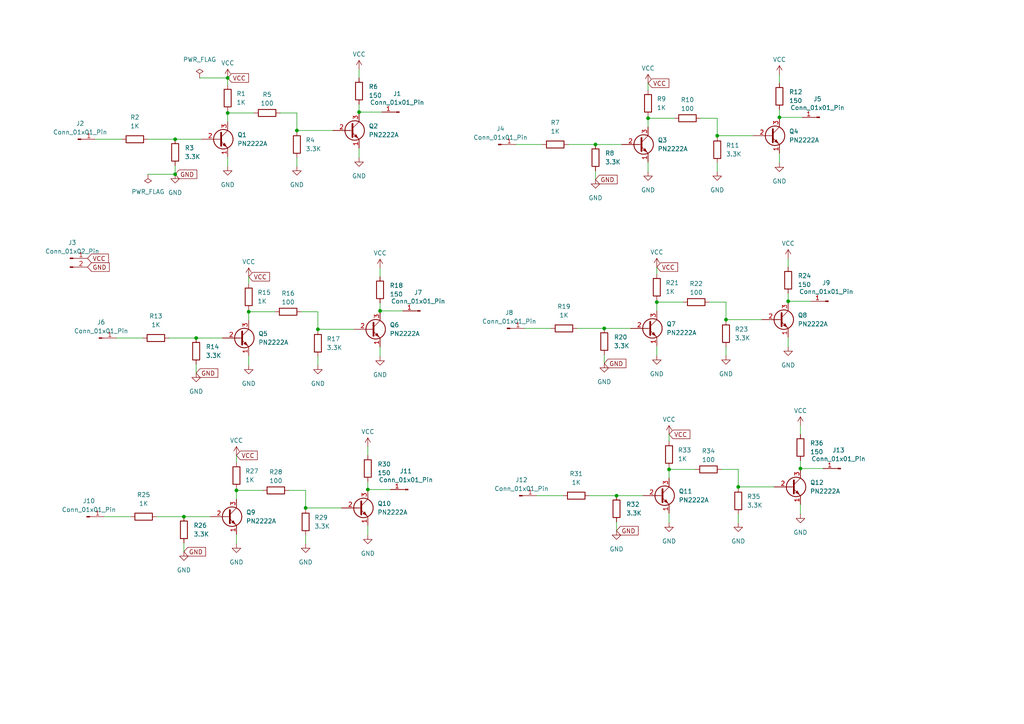
<source format=kicad_sch>
(kicad_sch (version 20230121) (generator eeschema)

  (uuid db2d7996-433b-46c7-946a-0eba66be4c6b)

  (paper "A4")

  (lib_symbols
    (symbol "Connector:Conn_01x01_Pin" (pin_names (offset 1.016) hide) (in_bom yes) (on_board yes)
      (property "Reference" "J" (at 0 2.54 0)
        (effects (font (size 1.27 1.27)))
      )
      (property "Value" "Conn_01x01_Pin" (at 0 -2.54 0)
        (effects (font (size 1.27 1.27)))
      )
      (property "Footprint" "" (at 0 0 0)
        (effects (font (size 1.27 1.27)) hide)
      )
      (property "Datasheet" "~" (at 0 0 0)
        (effects (font (size 1.27 1.27)) hide)
      )
      (property "ki_locked" "" (at 0 0 0)
        (effects (font (size 1.27 1.27)))
      )
      (property "ki_keywords" "connector" (at 0 0 0)
        (effects (font (size 1.27 1.27)) hide)
      )
      (property "ki_description" "Generic connector, single row, 01x01, script generated" (at 0 0 0)
        (effects (font (size 1.27 1.27)) hide)
      )
      (property "ki_fp_filters" "Connector*:*_1x??_*" (at 0 0 0)
        (effects (font (size 1.27 1.27)) hide)
      )
      (symbol "Conn_01x01_Pin_1_1"
        (polyline
          (pts
            (xy 1.27 0)
            (xy 0.8636 0)
          )
          (stroke (width 0.1524) (type default))
          (fill (type none))
        )
        (rectangle (start 0.8636 0.127) (end 0 -0.127)
          (stroke (width 0.1524) (type default))
          (fill (type outline))
        )
        (pin passive line (at 5.08 0 180) (length 3.81)
          (name "Pin_1" (effects (font (size 1.27 1.27))))
          (number "1" (effects (font (size 1.27 1.27))))
        )
      )
    )
    (symbol "Connector:Conn_01x02_Pin" (pin_names (offset 1.016) hide) (in_bom yes) (on_board yes)
      (property "Reference" "J" (at 0 2.54 0)
        (effects (font (size 1.27 1.27)))
      )
      (property "Value" "Conn_01x02_Pin" (at 0 -5.08 0)
        (effects (font (size 1.27 1.27)))
      )
      (property "Footprint" "" (at 0 0 0)
        (effects (font (size 1.27 1.27)) hide)
      )
      (property "Datasheet" "~" (at 0 0 0)
        (effects (font (size 1.27 1.27)) hide)
      )
      (property "ki_locked" "" (at 0 0 0)
        (effects (font (size 1.27 1.27)))
      )
      (property "ki_keywords" "connector" (at 0 0 0)
        (effects (font (size 1.27 1.27)) hide)
      )
      (property "ki_description" "Generic connector, single row, 01x02, script generated" (at 0 0 0)
        (effects (font (size 1.27 1.27)) hide)
      )
      (property "ki_fp_filters" "Connector*:*_1x??_*" (at 0 0 0)
        (effects (font (size 1.27 1.27)) hide)
      )
      (symbol "Conn_01x02_Pin_1_1"
        (polyline
          (pts
            (xy 1.27 -2.54)
            (xy 0.8636 -2.54)
          )
          (stroke (width 0.1524) (type default))
          (fill (type none))
        )
        (polyline
          (pts
            (xy 1.27 0)
            (xy 0.8636 0)
          )
          (stroke (width 0.1524) (type default))
          (fill (type none))
        )
        (rectangle (start 0.8636 -2.413) (end 0 -2.667)
          (stroke (width 0.1524) (type default))
          (fill (type outline))
        )
        (rectangle (start 0.8636 0.127) (end 0 -0.127)
          (stroke (width 0.1524) (type default))
          (fill (type outline))
        )
        (pin passive line (at 5.08 0 180) (length 3.81)
          (name "Pin_1" (effects (font (size 1.27 1.27))))
          (number "1" (effects (font (size 1.27 1.27))))
        )
        (pin passive line (at 5.08 -2.54 180) (length 3.81)
          (name "Pin_2" (effects (font (size 1.27 1.27))))
          (number "2" (effects (font (size 1.27 1.27))))
        )
      )
    )
    (symbol "Device:R" (pin_numbers hide) (pin_names (offset 0)) (in_bom yes) (on_board yes)
      (property "Reference" "R" (at 2.032 0 90)
        (effects (font (size 1.27 1.27)))
      )
      (property "Value" "R" (at 0 0 90)
        (effects (font (size 1.27 1.27)))
      )
      (property "Footprint" "" (at -1.778 0 90)
        (effects (font (size 1.27 1.27)) hide)
      )
      (property "Datasheet" "~" (at 0 0 0)
        (effects (font (size 1.27 1.27)) hide)
      )
      (property "ki_keywords" "R res resistor" (at 0 0 0)
        (effects (font (size 1.27 1.27)) hide)
      )
      (property "ki_description" "Resistor" (at 0 0 0)
        (effects (font (size 1.27 1.27)) hide)
      )
      (property "ki_fp_filters" "R_*" (at 0 0 0)
        (effects (font (size 1.27 1.27)) hide)
      )
      (symbol "R_0_1"
        (rectangle (start -1.016 -2.54) (end 1.016 2.54)
          (stroke (width 0.254) (type default))
          (fill (type none))
        )
      )
      (symbol "R_1_1"
        (pin passive line (at 0 3.81 270) (length 1.27)
          (name "~" (effects (font (size 1.27 1.27))))
          (number "1" (effects (font (size 1.27 1.27))))
        )
        (pin passive line (at 0 -3.81 90) (length 1.27)
          (name "~" (effects (font (size 1.27 1.27))))
          (number "2" (effects (font (size 1.27 1.27))))
        )
      )
    )
    (symbol "Transistor_BJT:PN2222A" (pin_names (offset 0) hide) (in_bom yes) (on_board yes)
      (property "Reference" "Q" (at 5.08 1.905 0)
        (effects (font (size 1.27 1.27)) (justify left))
      )
      (property "Value" "PN2222A" (at 5.08 0 0)
        (effects (font (size 1.27 1.27)) (justify left))
      )
      (property "Footprint" "Package_TO_SOT_THT:TO-92_Inline" (at 5.08 -1.905 0)
        (effects (font (size 1.27 1.27) italic) (justify left) hide)
      )
      (property "Datasheet" "https://www.onsemi.com/pub/Collateral/PN2222-D.PDF" (at 0 0 0)
        (effects (font (size 1.27 1.27)) (justify left) hide)
      )
      (property "ki_keywords" "NPN Transistor" (at 0 0 0)
        (effects (font (size 1.27 1.27)) hide)
      )
      (property "ki_description" "1A Ic, 40V Vce, NPN Transistor, General Purpose Transistor, TO-92" (at 0 0 0)
        (effects (font (size 1.27 1.27)) hide)
      )
      (property "ki_fp_filters" "TO?92*" (at 0 0 0)
        (effects (font (size 1.27 1.27)) hide)
      )
      (symbol "PN2222A_0_1"
        (polyline
          (pts
            (xy 0 0)
            (xy 0.635 0)
          )
          (stroke (width 0) (type default))
          (fill (type none))
        )
        (polyline
          (pts
            (xy 2.54 -2.54)
            (xy 0.635 -0.635)
          )
          (stroke (width 0) (type default))
          (fill (type none))
        )
        (polyline
          (pts
            (xy 2.54 2.54)
            (xy 0.635 0.635)
          )
          (stroke (width 0) (type default))
          (fill (type none))
        )
        (polyline
          (pts
            (xy 0.635 1.905)
            (xy 0.635 -1.905)
            (xy 0.635 -1.905)
          )
          (stroke (width 0.508) (type default))
          (fill (type none))
        )
        (polyline
          (pts
            (xy 2.413 -2.413)
            (xy 1.905 -1.905)
            (xy 1.905 -1.905)
          )
          (stroke (width 0) (type default))
          (fill (type none))
        )
        (polyline
          (pts
            (xy 1.143 -1.651)
            (xy 1.651 -1.143)
            (xy 2.159 -2.159)
            (xy 1.143 -1.651)
            (xy 1.143 -1.651)
          )
          (stroke (width 0) (type default))
          (fill (type outline))
        )
        (circle (center 1.27 0) (radius 2.8194)
          (stroke (width 0.254) (type default))
          (fill (type none))
        )
      )
      (symbol "PN2222A_1_1"
        (pin passive line (at 2.54 -5.08 90) (length 2.54)
          (name "E" (effects (font (size 1.27 1.27))))
          (number "1" (effects (font (size 1.27 1.27))))
        )
        (pin input line (at -5.08 0 0) (length 5.08)
          (name "B" (effects (font (size 1.27 1.27))))
          (number "2" (effects (font (size 1.27 1.27))))
        )
        (pin passive line (at 2.54 5.08 270) (length 2.54)
          (name "C" (effects (font (size 1.27 1.27))))
          (number "3" (effects (font (size 1.27 1.27))))
        )
      )
    )
    (symbol "power:GND" (power) (pin_names (offset 0)) (in_bom yes) (on_board yes)
      (property "Reference" "#PWR" (at 0 -6.35 0)
        (effects (font (size 1.27 1.27)) hide)
      )
      (property "Value" "GND" (at 0 -3.81 0)
        (effects (font (size 1.27 1.27)))
      )
      (property "Footprint" "" (at 0 0 0)
        (effects (font (size 1.27 1.27)) hide)
      )
      (property "Datasheet" "" (at 0 0 0)
        (effects (font (size 1.27 1.27)) hide)
      )
      (property "ki_keywords" "global power" (at 0 0 0)
        (effects (font (size 1.27 1.27)) hide)
      )
      (property "ki_description" "Power symbol creates a global label with name \"GND\" , ground" (at 0 0 0)
        (effects (font (size 1.27 1.27)) hide)
      )
      (symbol "GND_0_1"
        (polyline
          (pts
            (xy 0 0)
            (xy 0 -1.27)
            (xy 1.27 -1.27)
            (xy 0 -2.54)
            (xy -1.27 -1.27)
            (xy 0 -1.27)
          )
          (stroke (width 0) (type default))
          (fill (type none))
        )
      )
      (symbol "GND_1_1"
        (pin power_in line (at 0 0 270) (length 0) hide
          (name "GND" (effects (font (size 1.27 1.27))))
          (number "1" (effects (font (size 1.27 1.27))))
        )
      )
    )
    (symbol "power:PWR_FLAG" (power) (pin_numbers hide) (pin_names (offset 0) hide) (in_bom yes) (on_board yes)
      (property "Reference" "#FLG" (at 0 1.905 0)
        (effects (font (size 1.27 1.27)) hide)
      )
      (property "Value" "PWR_FLAG" (at 0 3.81 0)
        (effects (font (size 1.27 1.27)))
      )
      (property "Footprint" "" (at 0 0 0)
        (effects (font (size 1.27 1.27)) hide)
      )
      (property "Datasheet" "~" (at 0 0 0)
        (effects (font (size 1.27 1.27)) hide)
      )
      (property "ki_keywords" "flag power" (at 0 0 0)
        (effects (font (size 1.27 1.27)) hide)
      )
      (property "ki_description" "Special symbol for telling ERC where power comes from" (at 0 0 0)
        (effects (font (size 1.27 1.27)) hide)
      )
      (symbol "PWR_FLAG_0_0"
        (pin power_out line (at 0 0 90) (length 0)
          (name "pwr" (effects (font (size 1.27 1.27))))
          (number "1" (effects (font (size 1.27 1.27))))
        )
      )
      (symbol "PWR_FLAG_0_1"
        (polyline
          (pts
            (xy 0 0)
            (xy 0 1.27)
            (xy -1.016 1.905)
            (xy 0 2.54)
            (xy 1.016 1.905)
            (xy 0 1.27)
          )
          (stroke (width 0) (type default))
          (fill (type none))
        )
      )
    )
    (symbol "power:VCC" (power) (pin_names (offset 0)) (in_bom yes) (on_board yes)
      (property "Reference" "#PWR" (at 0 -3.81 0)
        (effects (font (size 1.27 1.27)) hide)
      )
      (property "Value" "VCC" (at 0 3.81 0)
        (effects (font (size 1.27 1.27)))
      )
      (property "Footprint" "" (at 0 0 0)
        (effects (font (size 1.27 1.27)) hide)
      )
      (property "Datasheet" "" (at 0 0 0)
        (effects (font (size 1.27 1.27)) hide)
      )
      (property "ki_keywords" "global power" (at 0 0 0)
        (effects (font (size 1.27 1.27)) hide)
      )
      (property "ki_description" "Power symbol creates a global label with name \"VCC\"" (at 0 0 0)
        (effects (font (size 1.27 1.27)) hide)
      )
      (symbol "VCC_0_1"
        (polyline
          (pts
            (xy -0.762 1.27)
            (xy 0 2.54)
          )
          (stroke (width 0) (type default))
          (fill (type none))
        )
        (polyline
          (pts
            (xy 0 0)
            (xy 0 2.54)
          )
          (stroke (width 0) (type default))
          (fill (type none))
        )
        (polyline
          (pts
            (xy 0 2.54)
            (xy 0.762 1.27)
          )
          (stroke (width 0) (type default))
          (fill (type none))
        )
      )
      (symbol "VCC_1_1"
        (pin power_in line (at 0 0 90) (length 0) hide
          (name "VCC" (effects (font (size 1.27 1.27))))
          (number "1" (effects (font (size 1.27 1.27))))
        )
      )
    )
  )

  (junction (at 228.6 87.376) (diameter 0) (color 0 0 0 0)
    (uuid 06d8aeba-4a80-44f2-a892-e6b6d98f4498)
  )
  (junction (at 66.04 22.606) (diameter 0) (color 0 0 0 0)
    (uuid 09ab3779-006e-46ed-99e9-626d95ffe5de)
  )
  (junction (at 56.896 98.044) (diameter 0) (color 0 0 0 0)
    (uuid 18f14f09-e156-4bbc-a4fe-c4204c42b021)
  )
  (junction (at 50.8 50.546) (diameter 0) (color 0 0 0 0)
    (uuid 33fa777e-74e1-4859-8add-26a62025c4ca)
  )
  (junction (at 226.06 34.036) (diameter 0) (color 0 0 0 0)
    (uuid 3d6a3e5a-8fb2-4f83-a431-deb3cb1622c8)
  )
  (junction (at 172.72 41.91) (diameter 0) (color 0 0 0 0)
    (uuid 404115ae-7f4a-457c-ac1b-c5314d9e2dc2)
  )
  (junction (at 66.04 32.766) (diameter 0) (color 0 0 0 0)
    (uuid 44d0eeeb-0bf3-4e92-a1bb-d9ca0263a436)
  )
  (junction (at 208.026 39.37) (diameter 0) (color 0 0 0 0)
    (uuid 4eabe9c0-c51c-4d9b-9b2e-bd0489cb6538)
  )
  (junction (at 190.5 87.63) (diameter 0) (color 0 0 0 0)
    (uuid 59c1fee3-76be-48a2-9d89-f4e86005a64d)
  )
  (junction (at 50.8 40.386) (diameter 0) (color 0 0 0 0)
    (uuid 5c6c81ba-3a2f-476e-9ac7-2bc4f06f2125)
  )
  (junction (at 194.056 136.144) (diameter 0) (color 0 0 0 0)
    (uuid 69b6d2d2-1cfd-4eeb-a509-a43fb24684f7)
  )
  (junction (at 110.236 90.17) (diameter 0) (color 0 0 0 0)
    (uuid 6cf481ae-0034-4c25-9844-2a457a67abf6)
  )
  (junction (at 214.122 141.224) (diameter 0) (color 0 0 0 0)
    (uuid 7d193eb6-8745-4683-b97c-d22064e2c0de)
  )
  (junction (at 88.646 147.32) (diameter 0) (color 0 0 0 0)
    (uuid 7e9f7b7e-fbf0-410a-aa4f-733d910d13a8)
  )
  (junction (at 106.68 141.986) (diameter 0) (color 0 0 0 0)
    (uuid 88e1837f-de72-4c9b-8534-59fb8210abdc)
  )
  (junction (at 232.156 135.89) (diameter 0) (color 0 0 0 0)
    (uuid 89e680e0-decb-4ef6-a872-ed8e60310e0c)
  )
  (junction (at 68.58 142.24) (diameter 0) (color 0 0 0 0)
    (uuid a1891ee5-50ac-4e58-be12-23823bc39b66)
  )
  (junction (at 187.96 34.29) (diameter 0) (color 0 0 0 0)
    (uuid af74fe49-c89a-4cf0-9f94-ae5f30ab2e2e)
  )
  (junction (at 104.14 32.512) (diameter 0) (color 0 0 0 0)
    (uuid b0095630-52bd-4545-9b33-59b6bf3583f7)
  )
  (junction (at 178.816 143.764) (diameter 0) (color 0 0 0 0)
    (uuid b4e74320-0ca1-4875-b85a-76096457e737)
  )
  (junction (at 175.26 95.25) (diameter 0) (color 0 0 0 0)
    (uuid bc0f7f3e-fc55-47a0-bedb-1954406922eb)
  )
  (junction (at 72.136 90.424) (diameter 0) (color 0 0 0 0)
    (uuid c9407549-5f07-47f1-809e-963e1be10479)
  )
  (junction (at 210.566 92.71) (diameter 0) (color 0 0 0 0)
    (uuid d491f8c5-c1e8-41e6-897e-b8858d0d7aeb)
  )
  (junction (at 92.202 95.504) (diameter 0) (color 0 0 0 0)
    (uuid dc2165f0-e538-4572-a164-9d4ff8356051)
  )
  (junction (at 53.34 149.86) (diameter 0) (color 0 0 0 0)
    (uuid e0017080-fdd1-46bc-bcf7-6cc13843e983)
  )
  (junction (at 86.106 37.846) (diameter 0) (color 0 0 0 0)
    (uuid e2993fe1-bf2b-4dc1-aa61-043e4ceb7e89)
  )

  (wire (pts (xy 73.66 32.766) (xy 66.04 32.766))
    (stroke (width 0) (type default))
    (uuid 037b6504-386b-4444-9564-db960a7ea58e)
  )
  (wire (pts (xy 178.816 151.384) (xy 178.816 153.924))
    (stroke (width 0) (type default))
    (uuid 0640e15d-068b-4be2-a858-3b9c7ba89fc2)
  )
  (wire (pts (xy 228.6 74.93) (xy 228.6 77.47))
    (stroke (width 0) (type default))
    (uuid 08e4d30c-40bb-4ff6-8d9d-2400ed715606)
  )
  (wire (pts (xy 152.146 95.25) (xy 159.766 95.25))
    (stroke (width 0) (type default))
    (uuid 0b402409-f4c7-40d5-b8d6-0eca1575df10)
  )
  (wire (pts (xy 232.156 123.444) (xy 232.156 125.984))
    (stroke (width 0) (type default))
    (uuid 0bec6e07-7884-4be8-9efa-9714991c1405)
  )
  (wire (pts (xy 88.646 147.32) (xy 99.06 147.32))
    (stroke (width 0) (type default))
    (uuid 0d4ea7fd-c218-4968-96fe-276cfaf33121)
  )
  (wire (pts (xy 110.236 100.584) (xy 110.236 103.378))
    (stroke (width 0) (type default))
    (uuid 0d501c46-fb03-455b-b3e8-a9f4a0f21b48)
  )
  (wire (pts (xy 110.236 90.17) (xy 110.236 90.424))
    (stroke (width 0) (type default))
    (uuid 10ef2684-4c79-4fbf-a766-3bf7db8cff3a)
  )
  (wire (pts (xy 106.68 139.7) (xy 106.68 141.986))
    (stroke (width 0) (type default))
    (uuid 11dfb576-1fbe-4225-acfb-b9e32d3ce422)
  )
  (wire (pts (xy 42.926 40.386) (xy 50.8 40.386))
    (stroke (width 0) (type default))
    (uuid 1b7f1a6c-a1b7-4fcf-ac2c-285c908c2939)
  )
  (wire (pts (xy 79.756 90.424) (xy 72.136 90.424))
    (stroke (width 0) (type default))
    (uuid 1eb4b4ec-c760-4bd3-9495-84def4746704)
  )
  (wire (pts (xy 198.12 87.63) (xy 190.5 87.63))
    (stroke (width 0) (type default))
    (uuid 24457fcb-57ac-4e49-ac6b-c4aad57c4e00)
  )
  (wire (pts (xy 106.68 141.986) (xy 106.68 142.24))
    (stroke (width 0) (type default))
    (uuid 27a35063-692d-4999-8915-3499ac127bff)
  )
  (wire (pts (xy 86.106 32.766) (xy 81.28 32.766))
    (stroke (width 0) (type default))
    (uuid 29b63a89-7302-45be-a949-d5ba30d069ea)
  )
  (wire (pts (xy 86.106 38.1) (xy 86.106 37.846))
    (stroke (width 0) (type default))
    (uuid 2bf9b3ea-55f1-49a9-96c5-99b58486aea9)
  )
  (wire (pts (xy 210.566 92.964) (xy 210.566 92.71))
    (stroke (width 0) (type default))
    (uuid 2c0e57b3-aff5-4845-a08c-a5f37f50b875)
  )
  (wire (pts (xy 214.122 141.224) (xy 214.122 136.144))
    (stroke (width 0) (type default))
    (uuid 2cbb222e-d481-4052-8a62-1e8f7f888b93)
  )
  (wire (pts (xy 66.04 22.606) (xy 66.04 24.638))
    (stroke (width 0) (type default))
    (uuid 2ee49df0-3481-446d-99e4-cc95f01b326c)
  )
  (wire (pts (xy 53.34 157.48) (xy 53.34 160.02))
    (stroke (width 0) (type default))
    (uuid 302d55ad-b47c-4e81-88ee-a4e4f6ece57f)
  )
  (wire (pts (xy 172.72 49.53) (xy 172.72 52.07))
    (stroke (width 0) (type default))
    (uuid 32224882-f985-42e7-b3c6-1bfde134a30e)
  )
  (wire (pts (xy 232.156 135.89) (xy 232.156 136.144))
    (stroke (width 0) (type default))
    (uuid 38527332-a713-4689-bf4b-93eb59efb081)
  )
  (wire (pts (xy 92.202 95.504) (xy 92.202 90.424))
    (stroke (width 0) (type default))
    (uuid 3b33db88-86c9-40f2-98ea-cbb9dd42d9ce)
  )
  (wire (pts (xy 164.846 41.91) (xy 172.72 41.91))
    (stroke (width 0) (type default))
    (uuid 3bb0a887-db34-4f4c-9a24-25ca710f1f8e)
  )
  (wire (pts (xy 210.566 87.63) (xy 205.74 87.63))
    (stroke (width 0) (type default))
    (uuid 3da1e0da-a835-4bc8-bc78-7a79a25b2715)
  )
  (wire (pts (xy 178.816 143.764) (xy 186.436 143.764))
    (stroke (width 0) (type default))
    (uuid 3f2cdd2f-9f7a-416b-83f6-611b5e025535)
  )
  (wire (pts (xy 92.202 95.758) (xy 92.202 95.504))
    (stroke (width 0) (type default))
    (uuid 41a8f07a-360d-47ac-98eb-83f1a9edc1e5)
  )
  (wire (pts (xy 66.04 32.258) (xy 66.04 32.766))
    (stroke (width 0) (type default))
    (uuid 42f8cdc4-10e5-47fb-953b-d70191ebb5d8)
  )
  (wire (pts (xy 190.5 77.47) (xy 190.5 79.502))
    (stroke (width 0) (type default))
    (uuid 457893c7-d47f-490d-a56f-a1476c51beec)
  )
  (wire (pts (xy 208.026 39.624) (xy 208.026 39.37))
    (stroke (width 0) (type default))
    (uuid 45ed1e24-caa1-4414-a445-b0e302f5c296)
  )
  (wire (pts (xy 92.202 90.424) (xy 87.376 90.424))
    (stroke (width 0) (type default))
    (uuid 4c78c06d-9d87-4f0d-818d-68f80217b739)
  )
  (wire (pts (xy 175.26 102.87) (xy 175.26 105.41))
    (stroke (width 0) (type default))
    (uuid 4c912e93-5ceb-43c2-9200-eb2be9e73850)
  )
  (wire (pts (xy 232.156 133.604) (xy 232.156 135.89))
    (stroke (width 0) (type default))
    (uuid 4cfccf14-827f-43f3-bb0b-fc24113a5835)
  )
  (wire (pts (xy 30.226 149.86) (xy 37.846 149.86))
    (stroke (width 0) (type default))
    (uuid 4d22f5a5-2948-4f00-8422-4a604a1bc931)
  )
  (wire (pts (xy 187.96 46.99) (xy 187.96 49.784))
    (stroke (width 0) (type default))
    (uuid 4dfb24d7-7f56-4629-a236-3fdd0294ab9c)
  )
  (wire (pts (xy 210.566 92.71) (xy 220.98 92.71))
    (stroke (width 0) (type default))
    (uuid 5042a7d5-d4d5-4b1a-a0c4-a3564c170eb4)
  )
  (wire (pts (xy 208.026 39.37) (xy 208.026 34.29))
    (stroke (width 0) (type default))
    (uuid 525899c8-a8ff-43e5-b8b8-699a722bc5a0)
  )
  (wire (pts (xy 66.04 45.466) (xy 66.04 48.26))
    (stroke (width 0) (type default))
    (uuid 5556ee5f-4927-4cf6-ae67-c8b027b2f5ae)
  )
  (wire (pts (xy 194.056 125.984) (xy 194.056 128.016))
    (stroke (width 0) (type default))
    (uuid 59d8082e-4afa-4651-b3a7-4e7318b78704)
  )
  (wire (pts (xy 228.6 87.376) (xy 228.6 87.63))
    (stroke (width 0) (type default))
    (uuid 5ab65ceb-095d-4880-a674-e314dc0c9906)
  )
  (wire (pts (xy 68.58 141.732) (xy 68.58 142.24))
    (stroke (width 0) (type default))
    (uuid 5da71bac-4918-4f7e-abf2-8d195db31401)
  )
  (wire (pts (xy 172.72 41.91) (xy 180.34 41.91))
    (stroke (width 0) (type default))
    (uuid 5dfd7273-200f-414f-a7b5-1f2d9b575607)
  )
  (wire (pts (xy 190.5 100.33) (xy 190.5 103.124))
    (stroke (width 0) (type default))
    (uuid 5e8b4afc-dd1d-4c2e-b065-727fbc093138)
  )
  (wire (pts (xy 106.68 141.986) (xy 113.284 141.986))
    (stroke (width 0) (type default))
    (uuid 5efdbbb9-d4e7-4aa2-8f98-01675cacc0e6)
  )
  (wire (pts (xy 76.2 142.24) (xy 68.58 142.24))
    (stroke (width 0) (type default))
    (uuid 5fc55ac9-40f8-4f15-b4d4-bc9887515cc1)
  )
  (wire (pts (xy 106.68 152.4) (xy 106.68 155.194))
    (stroke (width 0) (type default))
    (uuid 62730ffc-0bf9-4b7d-8081-0fffdd4be94f)
  )
  (wire (pts (xy 232.156 146.304) (xy 232.156 149.098))
    (stroke (width 0) (type default))
    (uuid 630729b2-1621-4778-b6e5-737524ce786e)
  )
  (wire (pts (xy 50.8 48.006) (xy 50.8 50.546))
    (stroke (width 0) (type default))
    (uuid 652361b4-3f4c-4f7e-aea2-ae2c2ef11ef1)
  )
  (wire (pts (xy 228.6 87.376) (xy 235.204 87.376))
    (stroke (width 0) (type default))
    (uuid 6a443cae-0449-4f08-9f1b-cf02fd652a63)
  )
  (wire (pts (xy 33.782 98.044) (xy 41.402 98.044))
    (stroke (width 0) (type default))
    (uuid 6ae917d8-a0b8-40ee-ba20-a94f2f2db91a)
  )
  (wire (pts (xy 72.136 90.424) (xy 72.136 92.964))
    (stroke (width 0) (type default))
    (uuid 6d053a63-5157-4d3e-bb68-9d929ef7e81b)
  )
  (wire (pts (xy 106.68 129.54) (xy 106.68 132.08))
    (stroke (width 0) (type default))
    (uuid 703f74eb-00da-4007-b698-97b1fe6a0241)
  )
  (wire (pts (xy 194.056 135.636) (xy 194.056 136.144))
    (stroke (width 0) (type default))
    (uuid 7e186176-9a37-4b8b-8323-12a2d292acdf)
  )
  (wire (pts (xy 66.04 32.766) (xy 66.04 35.306))
    (stroke (width 0) (type default))
    (uuid 7fa08670-8c3d-456b-b643-98d2e92186da)
  )
  (wire (pts (xy 110.236 90.17) (xy 116.84 90.17))
    (stroke (width 0) (type default))
    (uuid 8089fbd8-be59-462f-904b-864b0059867f)
  )
  (wire (pts (xy 208.026 47.244) (xy 208.026 49.784))
    (stroke (width 0) (type default))
    (uuid 80b4abee-4b97-495c-ba5d-75d77eda4cec)
  )
  (wire (pts (xy 187.96 24.13) (xy 187.96 26.162))
    (stroke (width 0) (type default))
    (uuid 818f101b-19a5-46a0-afbe-39bbd74d326b)
  )
  (wire (pts (xy 72.136 89.916) (xy 72.136 90.424))
    (stroke (width 0) (type default))
    (uuid 81c4c0a4-4529-48ec-bd57-64ec2367522c)
  )
  (wire (pts (xy 167.386 95.25) (xy 175.26 95.25))
    (stroke (width 0) (type default))
    (uuid 83c1895c-45bf-4004-8c5d-db6eecf39f66)
  )
  (wire (pts (xy 194.056 136.144) (xy 194.056 138.684))
    (stroke (width 0) (type default))
    (uuid 8617e1b9-726e-4ec0-9c73-7896c095ef54)
  )
  (wire (pts (xy 104.14 20.066) (xy 104.14 22.606))
    (stroke (width 0) (type default))
    (uuid 877664cc-3ec1-411b-bb24-d876d2e182b4)
  )
  (wire (pts (xy 110.236 77.724) (xy 110.236 80.264))
    (stroke (width 0) (type default))
    (uuid 910ffbf3-9c93-462c-8211-af89c5379d11)
  )
  (wire (pts (xy 104.14 32.512) (xy 110.744 32.512))
    (stroke (width 0) (type default))
    (uuid 9265a28e-98ef-4a36-af26-77daa9896e6c)
  )
  (wire (pts (xy 232.156 135.89) (xy 238.76 135.89))
    (stroke (width 0) (type default))
    (uuid 93e17355-3706-4cf2-963b-7c23bd7ed2ea)
  )
  (wire (pts (xy 88.646 147.32) (xy 88.646 142.24))
    (stroke (width 0) (type default))
    (uuid 9489f10d-97cd-4798-b821-34ff7557693e)
  )
  (wire (pts (xy 86.106 37.846) (xy 96.52 37.846))
    (stroke (width 0) (type default))
    (uuid 95b3f544-8936-4d4e-b6f4-99ae333ec976)
  )
  (wire (pts (xy 187.96 34.29) (xy 187.96 36.83))
    (stroke (width 0) (type default))
    (uuid 9a7e5fa6-e610-4b85-bf6f-874d92fdbba3)
  )
  (wire (pts (xy 68.58 132.08) (xy 68.58 134.112))
    (stroke (width 0) (type default))
    (uuid 9da315cb-65f4-48df-a418-386ff56de7dd)
  )
  (wire (pts (xy 190.5 87.63) (xy 190.5 90.17))
    (stroke (width 0) (type default))
    (uuid 9de12e35-0a23-42d6-aa45-f45695b71b45)
  )
  (wire (pts (xy 27.686 40.386) (xy 35.306 40.386))
    (stroke (width 0) (type default))
    (uuid a295d408-6497-40d8-9103-e4608c3f26dd)
  )
  (wire (pts (xy 86.106 37.846) (xy 86.106 32.766))
    (stroke (width 0) (type default))
    (uuid a2b832fa-9835-4018-8887-33d6019ed53c)
  )
  (wire (pts (xy 110.236 87.884) (xy 110.236 90.17))
    (stroke (width 0) (type default))
    (uuid a2e28afc-c2ae-4d96-a172-b5ad55508133)
  )
  (wire (pts (xy 187.96 33.782) (xy 187.96 34.29))
    (stroke (width 0) (type default))
    (uuid a355731a-36a6-438d-ae37-20e6958c8939)
  )
  (wire (pts (xy 45.466 149.86) (xy 53.34 149.86))
    (stroke (width 0) (type default))
    (uuid a43cb878-8123-4cec-ae5a-e51f4a929af5)
  )
  (wire (pts (xy 208.026 39.37) (xy 218.44 39.37))
    (stroke (width 0) (type default))
    (uuid a9439247-0c09-4612-bde9-59b77fe4084d)
  )
  (wire (pts (xy 68.58 142.24) (xy 68.58 144.78))
    (stroke (width 0) (type default))
    (uuid aaa1bc92-dd6d-4bcf-b761-2880bc952a25)
  )
  (wire (pts (xy 88.646 142.24) (xy 83.82 142.24))
    (stroke (width 0) (type default))
    (uuid aae2ff71-796d-4fc5-ac64-d9b158356045)
  )
  (wire (pts (xy 226.06 31.75) (xy 226.06 34.036))
    (stroke (width 0) (type default))
    (uuid ac9c3503-1f20-4dd3-a8cc-2ecced3f17e3)
  )
  (wire (pts (xy 226.06 34.036) (xy 226.06 34.29))
    (stroke (width 0) (type default))
    (uuid ad22db21-5239-4f0d-8b68-60ba7ed46f10)
  )
  (wire (pts (xy 49.022 98.044) (xy 56.896 98.044))
    (stroke (width 0) (type default))
    (uuid ae2d9a6b-9152-4ae8-939e-b2d38c349de2)
  )
  (wire (pts (xy 57.912 22.606) (xy 66.04 22.606))
    (stroke (width 0) (type default))
    (uuid afa5da6b-50d1-4981-8790-a0979e8cb59c)
  )
  (wire (pts (xy 214.122 149.098) (xy 214.122 151.638))
    (stroke (width 0) (type default))
    (uuid afb63a07-ecc9-4ff7-a2c5-31e61f31de19)
  )
  (wire (pts (xy 214.122 141.224) (xy 224.536 141.224))
    (stroke (width 0) (type default))
    (uuid afbafae5-9145-49e4-bf24-6e0a1cac1297)
  )
  (wire (pts (xy 92.202 95.504) (xy 102.616 95.504))
    (stroke (width 0) (type default))
    (uuid b0e3a842-f10e-4856-a4e3-c5d0759faa75)
  )
  (wire (pts (xy 195.58 34.29) (xy 187.96 34.29))
    (stroke (width 0) (type default))
    (uuid b5145cac-bf78-4ee0-9caf-6782a25d1aa9)
  )
  (wire (pts (xy 210.566 92.71) (xy 210.566 87.63))
    (stroke (width 0) (type default))
    (uuid b5957f42-766b-48d3-8913-4da873123387)
  )
  (wire (pts (xy 92.202 103.378) (xy 92.202 105.918))
    (stroke (width 0) (type default))
    (uuid b9e158ec-3600-4154-9e72-407e75fc9267)
  )
  (wire (pts (xy 104.14 42.926) (xy 104.14 45.72))
    (stroke (width 0) (type default))
    (uuid baf62e0b-d125-453e-8f0e-41bcf1065663)
  )
  (wire (pts (xy 72.136 103.124) (xy 72.136 105.918))
    (stroke (width 0) (type default))
    (uuid bbf6406b-f61b-4510-986b-0faa0c917c1e)
  )
  (wire (pts (xy 149.606 41.91) (xy 157.226 41.91))
    (stroke (width 0) (type default))
    (uuid c36b71ae-afae-4f72-bf9b-46725afcfd72)
  )
  (wire (pts (xy 226.06 44.45) (xy 226.06 47.244))
    (stroke (width 0) (type default))
    (uuid c4059d1d-fb7f-41d4-b027-b36ec94acca5)
  )
  (wire (pts (xy 226.06 21.59) (xy 226.06 24.13))
    (stroke (width 0) (type default))
    (uuid c44dc79e-0085-414d-acda-3ee497b07fb3)
  )
  (wire (pts (xy 208.026 34.29) (xy 203.2 34.29))
    (stroke (width 0) (type default))
    (uuid c4787c91-396e-497f-9beb-94499eef4727)
  )
  (wire (pts (xy 68.58 154.94) (xy 68.58 157.734))
    (stroke (width 0) (type default))
    (uuid c49150be-17cf-46ef-927f-37b8f4e8184e)
  )
  (wire (pts (xy 214.122 136.144) (xy 209.296 136.144))
    (stroke (width 0) (type default))
    (uuid c60f2208-1f5e-4c14-bc27-0a9b2b9ce67f)
  )
  (wire (pts (xy 104.14 32.512) (xy 104.14 32.766))
    (stroke (width 0) (type default))
    (uuid c8ce4300-9ed2-4715-b333-b129d7037e47)
  )
  (wire (pts (xy 155.702 143.764) (xy 163.322 143.764))
    (stroke (width 0) (type default))
    (uuid cfcb702a-32e0-4a0b-aea1-9cb143e6c527)
  )
  (wire (pts (xy 50.8 40.386) (xy 58.42 40.386))
    (stroke (width 0) (type default))
    (uuid d58029c3-5a8d-42c7-94e3-98532d7bdd3f)
  )
  (wire (pts (xy 228.6 85.09) (xy 228.6 87.376))
    (stroke (width 0) (type default))
    (uuid ddcddac6-0472-4708-b202-d837b268f5ae)
  )
  (wire (pts (xy 56.896 98.044) (xy 64.516 98.044))
    (stroke (width 0) (type default))
    (uuid dfb10aa8-e8f9-44b4-8c6a-d7c0fb2e4163)
  )
  (wire (pts (xy 226.06 34.036) (xy 232.664 34.036))
    (stroke (width 0) (type default))
    (uuid e03b290a-22de-4fc3-9548-6033ef954dfb)
  )
  (wire (pts (xy 104.14 30.226) (xy 104.14 32.512))
    (stroke (width 0) (type default))
    (uuid e1f5fe56-b69e-47eb-b5df-e9da0ca90fb5)
  )
  (wire (pts (xy 214.122 141.478) (xy 214.122 141.224))
    (stroke (width 0) (type default))
    (uuid e623fbc0-2f25-4ba8-97e4-0577dc635f49)
  )
  (wire (pts (xy 210.566 100.584) (xy 210.566 103.124))
    (stroke (width 0) (type default))
    (uuid e6e928aa-1e22-45ab-99e4-e8959e84c7f2)
  )
  (wire (pts (xy 86.106 45.72) (xy 86.106 48.26))
    (stroke (width 0) (type default))
    (uuid e74f0833-dfad-4c30-9fbd-d5244d3f3d7d)
  )
  (wire (pts (xy 72.136 80.264) (xy 72.136 82.296))
    (stroke (width 0) (type default))
    (uuid e7ba591a-9375-4fe7-b9ef-8c30eb87217a)
  )
  (wire (pts (xy 228.6 97.79) (xy 228.6 100.584))
    (stroke (width 0) (type default))
    (uuid e81686ce-a434-4103-88fb-8cfe9e58d1ca)
  )
  (wire (pts (xy 53.34 149.86) (xy 60.96 149.86))
    (stroke (width 0) (type default))
    (uuid e9d750fc-b2fd-41f1-9f11-0c370d8e49b6)
  )
  (wire (pts (xy 56.896 105.664) (xy 56.896 108.204))
    (stroke (width 0) (type default))
    (uuid ec43ab9a-038d-4613-9927-784cec93c9b7)
  )
  (wire (pts (xy 190.5 87.122) (xy 190.5 87.63))
    (stroke (width 0) (type default))
    (uuid ec97b2df-4533-44c1-a447-71a1808f7bfc)
  )
  (wire (pts (xy 170.942 143.764) (xy 178.816 143.764))
    (stroke (width 0) (type default))
    (uuid f268269c-9e18-410b-8a74-48269e16348c)
  )
  (wire (pts (xy 88.646 147.574) (xy 88.646 147.32))
    (stroke (width 0) (type default))
    (uuid f28e05e4-5933-4625-b40d-6c0158f98caf)
  )
  (wire (pts (xy 194.056 148.844) (xy 194.056 151.638))
    (stroke (width 0) (type default))
    (uuid f3bc8eca-5852-4b47-a731-913f14a96345)
  )
  (wire (pts (xy 42.926 50.546) (xy 50.8 50.546))
    (stroke (width 0) (type default))
    (uuid f543d3e0-5ff6-4a5f-bd78-3241d7640ba0)
  )
  (wire (pts (xy 88.646 155.194) (xy 88.646 157.734))
    (stroke (width 0) (type default))
    (uuid f998c999-d4a9-4751-b5b9-ca9b8c39faff)
  )
  (wire (pts (xy 175.26 95.25) (xy 182.88 95.25))
    (stroke (width 0) (type default))
    (uuid f9eae087-28ff-4c74-a235-9f83f80dc2fa)
  )
  (wire (pts (xy 201.676 136.144) (xy 194.056 136.144))
    (stroke (width 0) (type default))
    (uuid fb91a408-6530-45ad-93d2-1bf37e654713)
  )

  (global_label "GND" (shape input) (at 172.72 52.07 0) (fields_autoplaced)
    (effects (font (size 1.27 1.27)) (justify left))
    (uuid 00f1f483-e0ea-4dc2-8a5d-6c89fcbf076f)
    (property "Intersheetrefs" "${INTERSHEET_REFS}" (at 179.4963 52.07 0)
      (effects (font (size 1.27 1.27)) (justify left) hide)
    )
  )
  (global_label "GND" (shape input) (at 53.34 160.02 0) (fields_autoplaced)
    (effects (font (size 1.27 1.27)) (justify left))
    (uuid 04fe2cc9-f09b-4f1a-a90d-3c84f2bde1a4)
    (property "Intersheetrefs" "${INTERSHEET_REFS}" (at 60.1163 160.02 0)
      (effects (font (size 1.27 1.27)) (justify left) hide)
    )
  )
  (global_label "GND" (shape input) (at 50.8 50.546 0) (fields_autoplaced)
    (effects (font (size 1.27 1.27)) (justify left))
    (uuid 093b20c6-be24-4a9d-a110-f0099960d315)
    (property "Intersheetrefs" "${INTERSHEET_REFS}" (at 57.5763 50.546 0)
      (effects (font (size 1.27 1.27)) (justify left) hide)
    )
  )
  (global_label "VCC" (shape input) (at 68.58 132.08 0) (fields_autoplaced)
    (effects (font (size 1.27 1.27)) (justify left))
    (uuid 190af5ae-76e4-4d23-bdb9-9e0f5eaa8485)
    (property "Intersheetrefs" "${INTERSHEET_REFS}" (at 75.1144 132.08 0)
      (effects (font (size 1.27 1.27)) (justify left) hide)
    )
  )
  (global_label "GND" (shape input) (at 56.896 108.204 0) (fields_autoplaced)
    (effects (font (size 1.27 1.27)) (justify left))
    (uuid 214d334d-cafd-42b3-8394-4f1fb9e67499)
    (property "Intersheetrefs" "${INTERSHEET_REFS}" (at 63.6723 108.204 0)
      (effects (font (size 1.27 1.27)) (justify left) hide)
    )
  )
  (global_label "VCC" (shape input) (at 66.04 22.606 0) (fields_autoplaced)
    (effects (font (size 1.27 1.27)) (justify left))
    (uuid 400a0990-76a1-4d65-a70d-ab5087db41b0)
    (property "Intersheetrefs" "${INTERSHEET_REFS}" (at 72.5744 22.606 0)
      (effects (font (size 1.27 1.27)) (justify left) hide)
    )
  )
  (global_label "VCC" (shape input) (at 190.5 77.47 0) (fields_autoplaced)
    (effects (font (size 1.27 1.27)) (justify left))
    (uuid 5a41309c-9492-4a2f-8ec8-1aba19d0afa9)
    (property "Intersheetrefs" "${INTERSHEET_REFS}" (at 197.0344 77.47 0)
      (effects (font (size 1.27 1.27)) (justify left) hide)
    )
  )
  (global_label "VCC" (shape input) (at 194.056 125.984 0) (fields_autoplaced)
    (effects (font (size 1.27 1.27)) (justify left))
    (uuid 6068fdfe-f405-4462-a1ae-be0118d23557)
    (property "Intersheetrefs" "${INTERSHEET_REFS}" (at 200.5904 125.984 0)
      (effects (font (size 1.27 1.27)) (justify left) hide)
    )
  )
  (global_label "VCC" (shape input) (at 187.96 24.13 0) (fields_autoplaced)
    (effects (font (size 1.27 1.27)) (justify left))
    (uuid 61a5b6be-ac32-4066-986b-64291ed9e1d3)
    (property "Intersheetrefs" "${INTERSHEET_REFS}" (at 194.4944 24.13 0)
      (effects (font (size 1.27 1.27)) (justify left) hide)
    )
  )
  (global_label "GND" (shape input) (at 175.26 105.41 0) (fields_autoplaced)
    (effects (font (size 1.27 1.27)) (justify left))
    (uuid 7e512cf7-29e1-4476-b8f5-0740d4e670fe)
    (property "Intersheetrefs" "${INTERSHEET_REFS}" (at 182.0363 105.41 0)
      (effects (font (size 1.27 1.27)) (justify left) hide)
    )
  )
  (global_label "GND" (shape input) (at 25.4 77.47 0) (fields_autoplaced)
    (effects (font (size 1.27 1.27)) (justify left))
    (uuid a6126368-28e7-4a14-81fc-3c56ecf62933)
    (property "Intersheetrefs" "${INTERSHEET_REFS}" (at 32.1763 77.47 0)
      (effects (font (size 1.27 1.27)) (justify left) hide)
    )
  )
  (global_label "VCC" (shape input) (at 72.136 80.264 0) (fields_autoplaced)
    (effects (font (size 1.27 1.27)) (justify left))
    (uuid b6d28167-a1e3-4348-829b-cc058d68cc98)
    (property "Intersheetrefs" "${INTERSHEET_REFS}" (at 78.6704 80.264 0)
      (effects (font (size 1.27 1.27)) (justify left) hide)
    )
  )
  (global_label "GND" (shape input) (at 178.816 153.924 0) (fields_autoplaced)
    (effects (font (size 1.27 1.27)) (justify left))
    (uuid c3ae4f7c-596e-429d-bbc8-9aefa45d9c44)
    (property "Intersheetrefs" "${INTERSHEET_REFS}" (at 185.5923 153.924 0)
      (effects (font (size 1.27 1.27)) (justify left) hide)
    )
  )
  (global_label "VCC" (shape input) (at 25.4 74.93 0) (fields_autoplaced)
    (effects (font (size 1.27 1.27)) (justify left))
    (uuid d9a28992-053c-47fa-9309-8102f072e30d)
    (property "Intersheetrefs" "${INTERSHEET_REFS}" (at 31.9344 74.93 0)
      (effects (font (size 1.27 1.27)) (justify left) hide)
    )
  )

  (symbol (lib_id "Connector:Conn_01x01_Pin") (at 25.146 149.86 0) (unit 1)
    (in_bom yes) (on_board yes) (dnp no) (fields_autoplaced)
    (uuid 00419916-52da-4503-9371-034182037698)
    (property "Reference" "J10" (at 25.781 145.288 0)
      (effects (font (size 1.27 1.27)))
    )
    (property "Value" "Conn_01x01_Pin" (at 25.781 147.828 0)
      (effects (font (size 1.27 1.27)))
    )
    (property "Footprint" "Connector_PinHeader_2.54mm:PinHeader_1x01_P2.54mm_Horizontal" (at 25.146 149.86 0)
      (effects (font (size 1.27 1.27)) hide)
    )
    (property "Datasheet" "~" (at 25.146 149.86 0)
      (effects (font (size 1.27 1.27)) hide)
    )
    (pin "1" (uuid d0cde3d1-d714-4cfc-acda-dd22b07fc735))
    (instances
      (project "level_shifter"
        (path "/db2d7996-433b-46c7-946a-0eba66be4c6b"
          (reference "J10") (unit 1)
        )
      )
    )
  )

  (symbol (lib_id "power:PWR_FLAG") (at 57.912 22.606 0) (unit 1)
    (in_bom yes) (on_board yes) (dnp no) (fields_autoplaced)
    (uuid 042014c2-c488-4c60-93d4-b3950291a028)
    (property "Reference" "#FLG01" (at 57.912 20.701 0)
      (effects (font (size 1.27 1.27)) hide)
    )
    (property "Value" "PWR_FLAG" (at 57.912 17.272 0)
      (effects (font (size 1.27 1.27)))
    )
    (property "Footprint" "" (at 57.912 22.606 0)
      (effects (font (size 1.27 1.27)) hide)
    )
    (property "Datasheet" "~" (at 57.912 22.606 0)
      (effects (font (size 1.27 1.27)) hide)
    )
    (pin "1" (uuid 87711cde-3b32-4a43-962f-9a5e17652351))
    (instances
      (project "level_shifter"
        (path "/db2d7996-433b-46c7-946a-0eba66be4c6b"
          (reference "#FLG01") (unit 1)
        )
      )
    )
  )

  (symbol (lib_id "Connector:Conn_01x01_Pin") (at 115.824 32.512 180) (unit 1)
    (in_bom yes) (on_board yes) (dnp no) (fields_autoplaced)
    (uuid 06e24f5f-77a1-4fba-86a6-9fede81e6d6a)
    (property "Reference" "J1" (at 115.189 27.178 0)
      (effects (font (size 1.27 1.27)))
    )
    (property "Value" "Conn_01x01_Pin" (at 115.189 29.718 0)
      (effects (font (size 1.27 1.27)))
    )
    (property "Footprint" "Connector_PinHeader_2.54mm:PinHeader_1x01_P2.54mm_Horizontal" (at 115.824 32.512 0)
      (effects (font (size 1.27 1.27)) hide)
    )
    (property "Datasheet" "~" (at 115.824 32.512 0)
      (effects (font (size 1.27 1.27)) hide)
    )
    (pin "1" (uuid f61d7835-d595-4a4b-be11-9b8f42a594ee))
    (instances
      (project "level_shifter"
        (path "/db2d7996-433b-46c7-946a-0eba66be4c6b"
          (reference "J1") (unit 1)
        )
      )
    )
  )

  (symbol (lib_id "power:GND") (at 86.106 48.26 0) (unit 1)
    (in_bom yes) (on_board yes) (dnp no) (fields_autoplaced)
    (uuid 0b0d6239-e668-4193-aff9-13b791d5e727)
    (property "Reference" "#PWR04" (at 86.106 54.61 0)
      (effects (font (size 1.27 1.27)) hide)
    )
    (property "Value" "GND" (at 86.106 53.594 0)
      (effects (font (size 1.27 1.27)))
    )
    (property "Footprint" "" (at 86.106 48.26 0)
      (effects (font (size 1.27 1.27)) hide)
    )
    (property "Datasheet" "" (at 86.106 48.26 0)
      (effects (font (size 1.27 1.27)) hide)
    )
    (pin "1" (uuid 7f0c3403-4ab6-4a4c-81e5-99d0d003d4a2))
    (instances
      (project "level_shifter"
        (path "/db2d7996-433b-46c7-946a-0eba66be4c6b"
          (reference "#PWR04") (unit 1)
        )
      )
    )
  )

  (symbol (lib_id "Device:R") (at 66.04 28.448 0) (unit 1)
    (in_bom yes) (on_board yes) (dnp no)
    (uuid 0bd57f3a-d6c6-4fca-a9ce-c7803967c0cd)
    (property "Reference" "R1" (at 68.58 27.178 0)
      (effects (font (size 1.27 1.27)) (justify left))
    )
    (property "Value" "1K" (at 68.58 29.718 0)
      (effects (font (size 1.27 1.27)) (justify left))
    )
    (property "Footprint" "Resistor_SMD:R_0603_1608Metric" (at 64.262 28.448 90)
      (effects (font (size 1.27 1.27)) hide)
    )
    (property "Datasheet" "~" (at 66.04 28.448 0)
      (effects (font (size 1.27 1.27)) hide)
    )
    (pin "1" (uuid dcb72542-25c8-403d-a384-2bfc1e2bf923))
    (pin "2" (uuid 3a2d77d0-3779-4c01-94a2-22f5893cc4b1))
    (instances
      (project "level_shifter"
        (path "/db2d7996-433b-46c7-946a-0eba66be4c6b"
          (reference "R1") (unit 1)
        )
      )
    )
  )

  (symbol (lib_id "Transistor_BJT:PN2222A") (at 226.06 92.71 0) (unit 1)
    (in_bom yes) (on_board yes) (dnp no) (fields_autoplaced)
    (uuid 0db53576-7629-4fda-b566-c563740f97cd)
    (property "Reference" "Q8" (at 231.394 91.44 0)
      (effects (font (size 1.27 1.27)) (justify left))
    )
    (property "Value" "PN2222A" (at 231.394 93.98 0)
      (effects (font (size 1.27 1.27)) (justify left))
    )
    (property "Footprint" "Package_TO_SOT_THT:TO-92_Inline" (at 231.14 94.615 0)
      (effects (font (size 1.27 1.27) italic) (justify left) hide)
    )
    (property "Datasheet" "https://www.onsemi.com/pub/Collateral/PN2222-D.PDF" (at 226.06 92.71 0)
      (effects (font (size 1.27 1.27)) (justify left) hide)
    )
    (pin "1" (uuid 0c92e9ba-2cf4-4703-a5c7-6403e14bb029))
    (pin "2" (uuid 64c2f3bc-119c-4d67-bb0b-67d0aa8fb105))
    (pin "3" (uuid d9ce95fd-9a01-44ed-8069-77f49b2fe844))
    (instances
      (project "level_shifter"
        (path "/db2d7996-433b-46c7-946a-0eba66be4c6b"
          (reference "Q8") (unit 1)
        )
      )
    )
  )

  (symbol (lib_id "power:GND") (at 110.236 103.378 0) (unit 1)
    (in_bom yes) (on_board yes) (dnp no) (fields_autoplaced)
    (uuid 10344271-1bc2-48ec-beb5-81e30c4f0105)
    (property "Reference" "#PWR018" (at 110.236 109.728 0)
      (effects (font (size 1.27 1.27)) hide)
    )
    (property "Value" "GND" (at 110.236 108.712 0)
      (effects (font (size 1.27 1.27)))
    )
    (property "Footprint" "" (at 110.236 103.378 0)
      (effects (font (size 1.27 1.27)) hide)
    )
    (property "Datasheet" "" (at 110.236 103.378 0)
      (effects (font (size 1.27 1.27)) hide)
    )
    (pin "1" (uuid 202a07d3-e26a-4eb0-945a-8c3967126fdc))
    (instances
      (project "level_shifter"
        (path "/db2d7996-433b-46c7-946a-0eba66be4c6b"
          (reference "#PWR018") (unit 1)
        )
      )
    )
  )

  (symbol (lib_id "power:GND") (at 88.646 157.734 0) (unit 1)
    (in_bom yes) (on_board yes) (dnp no) (fields_autoplaced)
    (uuid 115a0262-2739-49e3-9ebe-d39b505f7616)
    (property "Reference" "#PWR028" (at 88.646 164.084 0)
      (effects (font (size 1.27 1.27)) hide)
    )
    (property "Value" "GND" (at 88.646 163.068 0)
      (effects (font (size 1.27 1.27)))
    )
    (property "Footprint" "" (at 88.646 157.734 0)
      (effects (font (size 1.27 1.27)) hide)
    )
    (property "Datasheet" "" (at 88.646 157.734 0)
      (effects (font (size 1.27 1.27)) hide)
    )
    (pin "1" (uuid f36a6448-62af-47a1-ae35-1b63399bb4dc))
    (instances
      (project "level_shifter"
        (path "/db2d7996-433b-46c7-946a-0eba66be4c6b"
          (reference "#PWR028") (unit 1)
        )
      )
    )
  )

  (symbol (lib_id "Device:R") (at 172.72 45.72 0) (unit 1)
    (in_bom yes) (on_board yes) (dnp no) (fields_autoplaced)
    (uuid 22b8ab34-a8fb-41e4-a706-2dc5380b0efb)
    (property "Reference" "R8" (at 175.514 44.45 0)
      (effects (font (size 1.27 1.27)) (justify left))
    )
    (property "Value" "3.3K" (at 175.514 46.99 0)
      (effects (font (size 1.27 1.27)) (justify left))
    )
    (property "Footprint" "Resistor_SMD:R_0603_1608Metric" (at 170.942 45.72 90)
      (effects (font (size 1.27 1.27)) hide)
    )
    (property "Datasheet" "~" (at 172.72 45.72 0)
      (effects (font (size 1.27 1.27)) hide)
    )
    (pin "1" (uuid cd37f8d2-b8b9-4999-9370-7252f82c21bb))
    (pin "2" (uuid 4eb930a4-b798-4674-9a2d-9b0c12fd6b76))
    (instances
      (project "level_shifter"
        (path "/db2d7996-433b-46c7-946a-0eba66be4c6b"
          (reference "R8") (unit 1)
        )
      )
    )
  )

  (symbol (lib_id "Transistor_BJT:PN2222A") (at 63.5 40.386 0) (unit 1)
    (in_bom yes) (on_board yes) (dnp no) (fields_autoplaced)
    (uuid 237c57a5-0839-43bb-8a64-f0864a4446d0)
    (property "Reference" "Q1" (at 68.834 39.116 0)
      (effects (font (size 1.27 1.27)) (justify left))
    )
    (property "Value" "PN2222A" (at 68.834 41.656 0)
      (effects (font (size 1.27 1.27)) (justify left))
    )
    (property "Footprint" "Package_TO_SOT_THT:TO-92_Inline" (at 68.58 42.291 0)
      (effects (font (size 1.27 1.27) italic) (justify left) hide)
    )
    (property "Datasheet" "https://www.onsemi.com/pub/Collateral/PN2222-D.PDF" (at 63.5 40.386 0)
      (effects (font (size 1.27 1.27)) (justify left) hide)
    )
    (pin "1" (uuid e76d19c9-98bc-4d1a-809d-abb30a0b261e))
    (pin "2" (uuid b042eaee-11ad-49ba-b40a-490a43320bd2))
    (pin "3" (uuid 3254c38b-26c6-43d6-bc22-57c74cc1fa09))
    (instances
      (project "level_shifter"
        (path "/db2d7996-433b-46c7-946a-0eba66be4c6b"
          (reference "Q1") (unit 1)
        )
      )
    )
  )

  (symbol (lib_id "power:VCC") (at 72.136 80.264 0) (unit 1)
    (in_bom yes) (on_board yes) (dnp no) (fields_autoplaced)
    (uuid 249ba460-091b-4da4-b067-e08fff9c524c)
    (property "Reference" "#PWR014" (at 72.136 84.074 0)
      (effects (font (size 1.27 1.27)) hide)
    )
    (property "Value" "VCC" (at 72.136 75.946 0)
      (effects (font (size 1.27 1.27)))
    )
    (property "Footprint" "" (at 72.136 80.264 0)
      (effects (font (size 1.27 1.27)) hide)
    )
    (property "Datasheet" "" (at 72.136 80.264 0)
      (effects (font (size 1.27 1.27)) hide)
    )
    (pin "1" (uuid 4a9ce464-4ade-4f26-bd11-c75e021d2f65))
    (instances
      (project "level_shifter"
        (path "/db2d7996-433b-46c7-946a-0eba66be4c6b"
          (reference "#PWR014") (unit 1)
        )
      )
    )
  )

  (symbol (lib_id "Device:R") (at 199.39 34.29 90) (unit 1)
    (in_bom yes) (on_board yes) (dnp no) (fields_autoplaced)
    (uuid 273a1cc4-4b28-49bc-9a6a-856e635dca0d)
    (property "Reference" "R10" (at 199.39 28.956 90)
      (effects (font (size 1.27 1.27)))
    )
    (property "Value" "100" (at 199.39 31.496 90)
      (effects (font (size 1.27 1.27)))
    )
    (property "Footprint" "Resistor_SMD:R_0603_1608Metric" (at 199.39 36.068 90)
      (effects (font (size 1.27 1.27)) hide)
    )
    (property "Datasheet" "~" (at 199.39 34.29 0)
      (effects (font (size 1.27 1.27)) hide)
    )
    (pin "1" (uuid d83d9ec9-3c79-475b-af80-bde3012b3e72))
    (pin "2" (uuid 768e29cd-2652-46e4-a4df-becd13633131))
    (instances
      (project "level_shifter"
        (path "/db2d7996-433b-46c7-946a-0eba66be4c6b"
          (reference "R10") (unit 1)
        )
      )
    )
  )

  (symbol (lib_id "power:VCC") (at 104.14 20.066 0) (unit 1)
    (in_bom yes) (on_board yes) (dnp no) (fields_autoplaced)
    (uuid 2890d6ce-67f1-4621-a2e0-c4e7383dff72)
    (property "Reference" "#PWR06" (at 104.14 23.876 0)
      (effects (font (size 1.27 1.27)) hide)
    )
    (property "Value" "VCC" (at 104.14 15.748 0)
      (effects (font (size 1.27 1.27)))
    )
    (property "Footprint" "" (at 104.14 20.066 0)
      (effects (font (size 1.27 1.27)) hide)
    )
    (property "Datasheet" "" (at 104.14 20.066 0)
      (effects (font (size 1.27 1.27)) hide)
    )
    (pin "1" (uuid f55ffa15-d6be-46b3-ad3e-61d935218f72))
    (instances
      (project "level_shifter"
        (path "/db2d7996-433b-46c7-946a-0eba66be4c6b"
          (reference "#PWR06") (unit 1)
        )
      )
    )
  )

  (symbol (lib_id "power:VCC") (at 68.58 132.08 0) (unit 1)
    (in_bom yes) (on_board yes) (dnp no) (fields_autoplaced)
    (uuid 291e7c79-abc9-46ab-b41d-529f8b6723ee)
    (property "Reference" "#PWR026" (at 68.58 135.89 0)
      (effects (font (size 1.27 1.27)) hide)
    )
    (property "Value" "VCC" (at 68.58 127.762 0)
      (effects (font (size 1.27 1.27)))
    )
    (property "Footprint" "" (at 68.58 132.08 0)
      (effects (font (size 1.27 1.27)) hide)
    )
    (property "Datasheet" "" (at 68.58 132.08 0)
      (effects (font (size 1.27 1.27)) hide)
    )
    (pin "1" (uuid 5737f7ab-a340-4d4c-bf92-504355113e1b))
    (instances
      (project "level_shifter"
        (path "/db2d7996-433b-46c7-946a-0eba66be4c6b"
          (reference "#PWR026") (unit 1)
        )
      )
    )
  )

  (symbol (lib_id "power:VCC") (at 228.6 74.93 0) (unit 1)
    (in_bom yes) (on_board yes) (dnp no) (fields_autoplaced)
    (uuid 29602567-0329-4aef-a6d6-24427453385e)
    (property "Reference" "#PWR023" (at 228.6 78.74 0)
      (effects (font (size 1.27 1.27)) hide)
    )
    (property "Value" "VCC" (at 228.6 70.612 0)
      (effects (font (size 1.27 1.27)))
    )
    (property "Footprint" "" (at 228.6 74.93 0)
      (effects (font (size 1.27 1.27)) hide)
    )
    (property "Datasheet" "" (at 228.6 74.93 0)
      (effects (font (size 1.27 1.27)) hide)
    )
    (pin "1" (uuid 046f2ffb-ed50-472e-9498-f5997e6a87f5))
    (instances
      (project "level_shifter"
        (path "/db2d7996-433b-46c7-946a-0eba66be4c6b"
          (reference "#PWR023") (unit 1)
        )
      )
    )
  )

  (symbol (lib_id "Device:R") (at 167.132 143.764 90) (unit 1)
    (in_bom yes) (on_board yes) (dnp no) (fields_autoplaced)
    (uuid 2c9b4db6-2ef4-48a6-b3ad-c358f585acd9)
    (property "Reference" "R31" (at 167.132 137.414 90)
      (effects (font (size 1.27 1.27)))
    )
    (property "Value" "1K" (at 167.132 139.954 90)
      (effects (font (size 1.27 1.27)))
    )
    (property "Footprint" "Resistor_SMD:R_0603_1608Metric" (at 167.132 145.542 90)
      (effects (font (size 1.27 1.27)) hide)
    )
    (property "Datasheet" "~" (at 167.132 143.764 0)
      (effects (font (size 1.27 1.27)) hide)
    )
    (pin "1" (uuid 54c88708-a3aa-4316-82b3-0560cea35a17))
    (pin "2" (uuid 819820d4-1fa8-4543-9dae-7b68fca7fb94))
    (instances
      (project "level_shifter"
        (path "/db2d7996-433b-46c7-946a-0eba66be4c6b"
          (reference "R31") (unit 1)
        )
      )
    )
  )

  (symbol (lib_id "Device:R") (at 53.34 153.67 0) (unit 1)
    (in_bom yes) (on_board yes) (dnp no) (fields_autoplaced)
    (uuid 2d78f947-1c70-42e3-9ae3-fec0bfb0f884)
    (property "Reference" "R26" (at 56.134 152.4 0)
      (effects (font (size 1.27 1.27)) (justify left))
    )
    (property "Value" "3.3K" (at 56.134 154.94 0)
      (effects (font (size 1.27 1.27)) (justify left))
    )
    (property "Footprint" "Resistor_SMD:R_0603_1608Metric" (at 51.562 153.67 90)
      (effects (font (size 1.27 1.27)) hide)
    )
    (property "Datasheet" "~" (at 53.34 153.67 0)
      (effects (font (size 1.27 1.27)) hide)
    )
    (pin "1" (uuid e3b9abd2-3fca-479a-a68c-40b7b57c9a90))
    (pin "2" (uuid 4dc557f1-b820-4679-b73f-58bb2d48d078))
    (instances
      (project "level_shifter"
        (path "/db2d7996-433b-46c7-946a-0eba66be4c6b"
          (reference "R26") (unit 1)
        )
      )
    )
  )

  (symbol (lib_id "Transistor_BJT:PN2222A") (at 101.6 37.846 0) (unit 1)
    (in_bom yes) (on_board yes) (dnp no) (fields_autoplaced)
    (uuid 359d0bd4-afd1-4ced-81df-8404a687fb2a)
    (property "Reference" "Q2" (at 106.934 36.576 0)
      (effects (font (size 1.27 1.27)) (justify left))
    )
    (property "Value" "PN2222A" (at 106.934 39.116 0)
      (effects (font (size 1.27 1.27)) (justify left))
    )
    (property "Footprint" "Package_TO_SOT_THT:TO-92_Inline" (at 106.68 39.751 0)
      (effects (font (size 1.27 1.27) italic) (justify left) hide)
    )
    (property "Datasheet" "https://www.onsemi.com/pub/Collateral/PN2222-D.PDF" (at 101.6 37.846 0)
      (effects (font (size 1.27 1.27)) (justify left) hide)
    )
    (pin "1" (uuid 66cbd684-ca11-431b-a4dd-413665aae15f))
    (pin "2" (uuid fb30f4fa-94b0-4bc7-8d16-69328beedb2d))
    (pin "3" (uuid 07967be6-426b-443c-82d9-1dc88c687d12))
    (instances
      (project "level_shifter"
        (path "/db2d7996-433b-46c7-946a-0eba66be4c6b"
          (reference "Q2") (unit 1)
        )
      )
    )
  )

  (symbol (lib_id "Device:R") (at 187.96 29.972 0) (unit 1)
    (in_bom yes) (on_board yes) (dnp no)
    (uuid 36238d15-46ea-4197-95c6-c7644bc3eabf)
    (property "Reference" "R9" (at 190.5 28.702 0)
      (effects (font (size 1.27 1.27)) (justify left))
    )
    (property "Value" "1K" (at 190.5 31.242 0)
      (effects (font (size 1.27 1.27)) (justify left))
    )
    (property "Footprint" "Resistor_SMD:R_0603_1608Metric" (at 186.182 29.972 90)
      (effects (font (size 1.27 1.27)) hide)
    )
    (property "Datasheet" "~" (at 187.96 29.972 0)
      (effects (font (size 1.27 1.27)) hide)
    )
    (pin "1" (uuid d13a1e21-8be3-4ecf-8e90-06787e18ca06))
    (pin "2" (uuid 5bb002c1-46f4-4c3d-a382-59fd1c2330b5))
    (instances
      (project "level_shifter"
        (path "/db2d7996-433b-46c7-946a-0eba66be4c6b"
          (reference "R9") (unit 1)
        )
      )
    )
  )

  (symbol (lib_id "Connector:Conn_01x01_Pin") (at 243.84 135.89 180) (unit 1)
    (in_bom yes) (on_board yes) (dnp no) (fields_autoplaced)
    (uuid 36ac82a4-ef61-45fb-aa7a-fcd00ce720ae)
    (property "Reference" "J13" (at 243.205 130.556 0)
      (effects (font (size 1.27 1.27)))
    )
    (property "Value" "Conn_01x01_Pin" (at 243.205 133.096 0)
      (effects (font (size 1.27 1.27)))
    )
    (property "Footprint" "Connector_PinHeader_2.54mm:PinHeader_1x01_P2.54mm_Horizontal" (at 243.84 135.89 0)
      (effects (font (size 1.27 1.27)) hide)
    )
    (property "Datasheet" "~" (at 243.84 135.89 0)
      (effects (font (size 1.27 1.27)) hide)
    )
    (pin "1" (uuid 50c0bbc0-7815-43ee-8c8b-0b1fea3dd2e8))
    (instances
      (project "level_shifter"
        (path "/db2d7996-433b-46c7-946a-0eba66be4c6b"
          (reference "J13") (unit 1)
        )
      )
    )
  )

  (symbol (lib_id "Device:R") (at 106.68 135.89 0) (unit 1)
    (in_bom yes) (on_board yes) (dnp no) (fields_autoplaced)
    (uuid 376ce99c-8c7b-4148-8c36-c8a718f45367)
    (property "Reference" "R30" (at 109.474 134.62 0)
      (effects (font (size 1.27 1.27)) (justify left))
    )
    (property "Value" "150" (at 109.474 137.16 0)
      (effects (font (size 1.27 1.27)) (justify left))
    )
    (property "Footprint" "Resistor_SMD:R_0603_1608Metric" (at 104.902 135.89 90)
      (effects (font (size 1.27 1.27)) hide)
    )
    (property "Datasheet" "~" (at 106.68 135.89 0)
      (effects (font (size 1.27 1.27)) hide)
    )
    (pin "1" (uuid bc964818-0f8c-44d5-8251-11147ce8d5c8))
    (pin "2" (uuid 80ca371d-5d6e-4725-b450-7c52946ba3e2))
    (instances
      (project "level_shifter"
        (path "/db2d7996-433b-46c7-946a-0eba66be4c6b"
          (reference "R30") (unit 1)
        )
      )
    )
  )

  (symbol (lib_id "Device:R") (at 214.122 145.288 0) (unit 1)
    (in_bom yes) (on_board yes) (dnp no) (fields_autoplaced)
    (uuid 3872976a-4d0d-44d9-91db-8d075db536b7)
    (property "Reference" "R35" (at 216.662 144.018 0)
      (effects (font (size 1.27 1.27)) (justify left))
    )
    (property "Value" "3.3K" (at 216.662 146.558 0)
      (effects (font (size 1.27 1.27)) (justify left))
    )
    (property "Footprint" "Resistor_SMD:R_0603_1608Metric" (at 212.344 145.288 90)
      (effects (font (size 1.27 1.27)) hide)
    )
    (property "Datasheet" "~" (at 214.122 145.288 0)
      (effects (font (size 1.27 1.27)) hide)
    )
    (pin "1" (uuid 3ec97cd5-961e-4695-8216-0f064fc0a8ad))
    (pin "2" (uuid 3ebd4e6b-a3bd-4dcb-afbb-1d6e670f91ca))
    (instances
      (project "level_shifter"
        (path "/db2d7996-433b-46c7-946a-0eba66be4c6b"
          (reference "R35") (unit 1)
        )
      )
    )
  )

  (symbol (lib_id "power:GND") (at 194.056 151.638 0) (unit 1)
    (in_bom yes) (on_board yes) (dnp no) (fields_autoplaced)
    (uuid 3b052303-fd08-4064-8624-fedf4ad268dd)
    (property "Reference" "#PWR033" (at 194.056 157.988 0)
      (effects (font (size 1.27 1.27)) hide)
    )
    (property "Value" "GND" (at 194.056 156.972 0)
      (effects (font (size 1.27 1.27)))
    )
    (property "Footprint" "" (at 194.056 151.638 0)
      (effects (font (size 1.27 1.27)) hide)
    )
    (property "Datasheet" "" (at 194.056 151.638 0)
      (effects (font (size 1.27 1.27)) hide)
    )
    (pin "1" (uuid 60bc441a-5fc8-4e49-9d86-6e6fab04e5f2))
    (instances
      (project "level_shifter"
        (path "/db2d7996-433b-46c7-946a-0eba66be4c6b"
          (reference "#PWR033") (unit 1)
        )
      )
    )
  )

  (symbol (lib_id "Connector:Conn_01x02_Pin") (at 20.32 74.93 0) (unit 1)
    (in_bom yes) (on_board yes) (dnp no) (fields_autoplaced)
    (uuid 3b7424af-99c1-46dc-aeff-e770ff101818)
    (property "Reference" "J3" (at 20.955 70.358 0)
      (effects (font (size 1.27 1.27)))
    )
    (property "Value" "Conn_01x02_Pin" (at 20.955 72.898 0)
      (effects (font (size 1.27 1.27)))
    )
    (property "Footprint" "Connector_PinHeader_2.54mm:PinHeader_1x02_P2.54mm_Vertical" (at 20.32 74.93 0)
      (effects (font (size 1.27 1.27)) hide)
    )
    (property "Datasheet" "~" (at 20.32 74.93 0)
      (effects (font (size 1.27 1.27)) hide)
    )
    (pin "1" (uuid 7904c480-16cb-4331-a4a2-a1e48806ddab))
    (pin "2" (uuid 61db4572-423a-4ba0-99c8-14f1d0612b83))
    (instances
      (project "level_shifter"
        (path "/db2d7996-433b-46c7-946a-0eba66be4c6b"
          (reference "J3") (unit 1)
        )
      )
    )
  )

  (symbol (lib_id "Device:R") (at 178.816 147.574 0) (unit 1)
    (in_bom yes) (on_board yes) (dnp no) (fields_autoplaced)
    (uuid 3e42f9f9-dc1a-47d2-8622-d2ea48a9f779)
    (property "Reference" "R32" (at 181.61 146.304 0)
      (effects (font (size 1.27 1.27)) (justify left))
    )
    (property "Value" "3.3K" (at 181.61 148.844 0)
      (effects (font (size 1.27 1.27)) (justify left))
    )
    (property "Footprint" "Resistor_SMD:R_0603_1608Metric" (at 177.038 147.574 90)
      (effects (font (size 1.27 1.27)) hide)
    )
    (property "Datasheet" "~" (at 178.816 147.574 0)
      (effects (font (size 1.27 1.27)) hide)
    )
    (pin "1" (uuid 757c271d-9853-4ab4-9598-d235457cdf56))
    (pin "2" (uuid 6bc1961c-ccb9-49de-bd71-551c736c4106))
    (instances
      (project "level_shifter"
        (path "/db2d7996-433b-46c7-946a-0eba66be4c6b"
          (reference "R32") (unit 1)
        )
      )
    )
  )

  (symbol (lib_id "power:PWR_FLAG") (at 42.926 50.546 180) (unit 1)
    (in_bom yes) (on_board yes) (dnp no) (fields_autoplaced)
    (uuid 3f409d29-db57-47a8-a427-244acbfc8d62)
    (property "Reference" "#FLG02" (at 42.926 52.451 0)
      (effects (font (size 1.27 1.27)) hide)
    )
    (property "Value" "PWR_FLAG" (at 42.926 55.626 0)
      (effects (font (size 1.27 1.27)))
    )
    (property "Footprint" "" (at 42.926 50.546 0)
      (effects (font (size 1.27 1.27)) hide)
    )
    (property "Datasheet" "~" (at 42.926 50.546 0)
      (effects (font (size 1.27 1.27)) hide)
    )
    (pin "1" (uuid b1f07773-24ab-4611-a63e-311a907c1b3e))
    (instances
      (project "level_shifter"
        (path "/db2d7996-433b-46c7-946a-0eba66be4c6b"
          (reference "#FLG02") (unit 1)
        )
      )
    )
  )

  (symbol (lib_id "Transistor_BJT:PN2222A") (at 66.04 149.86 0) (unit 1)
    (in_bom yes) (on_board yes) (dnp no) (fields_autoplaced)
    (uuid 42e34e94-42a6-447e-9a09-bc47d6314122)
    (property "Reference" "Q9" (at 71.374 148.59 0)
      (effects (font (size 1.27 1.27)) (justify left))
    )
    (property "Value" "PN2222A" (at 71.374 151.13 0)
      (effects (font (size 1.27 1.27)) (justify left))
    )
    (property "Footprint" "Package_TO_SOT_THT:TO-92_Inline" (at 71.12 151.765 0)
      (effects (font (size 1.27 1.27) italic) (justify left) hide)
    )
    (property "Datasheet" "https://www.onsemi.com/pub/Collateral/PN2222-D.PDF" (at 66.04 149.86 0)
      (effects (font (size 1.27 1.27)) (justify left) hide)
    )
    (pin "1" (uuid 89b064be-1703-4bfc-b7ae-57624ab778bf))
    (pin "2" (uuid 99e51c2a-8d8f-4b06-809c-2a91cdf1eb9c))
    (pin "3" (uuid 2a8fe203-0312-4742-a5e5-2f6339687460))
    (instances
      (project "level_shifter"
        (path "/db2d7996-433b-46c7-946a-0eba66be4c6b"
          (reference "Q9") (unit 1)
        )
      )
    )
  )

  (symbol (lib_id "power:VCC") (at 190.5 77.47 0) (unit 1)
    (in_bom yes) (on_board yes) (dnp no) (fields_autoplaced)
    (uuid 4313332a-7e2f-4b32-837a-914b5e289634)
    (property "Reference" "#PWR020" (at 190.5 81.28 0)
      (effects (font (size 1.27 1.27)) hide)
    )
    (property "Value" "VCC" (at 190.5 73.152 0)
      (effects (font (size 1.27 1.27)))
    )
    (property "Footprint" "" (at 190.5 77.47 0)
      (effects (font (size 1.27 1.27)) hide)
    )
    (property "Datasheet" "" (at 190.5 77.47 0)
      (effects (font (size 1.27 1.27)) hide)
    )
    (pin "1" (uuid 6527b080-0d9f-489f-b6f1-c6e5edaae36e))
    (instances
      (project "level_shifter"
        (path "/db2d7996-433b-46c7-946a-0eba66be4c6b"
          (reference "#PWR020") (unit 1)
        )
      )
    )
  )

  (symbol (lib_id "power:GND") (at 226.06 47.244 0) (unit 1)
    (in_bom yes) (on_board yes) (dnp no) (fields_autoplaced)
    (uuid 494e58d3-f378-45bb-8ba5-44bbd07f69d8)
    (property "Reference" "#PWR012" (at 226.06 53.594 0)
      (effects (font (size 1.27 1.27)) hide)
    )
    (property "Value" "GND" (at 226.06 52.578 0)
      (effects (font (size 1.27 1.27)))
    )
    (property "Footprint" "" (at 226.06 47.244 0)
      (effects (font (size 1.27 1.27)) hide)
    )
    (property "Datasheet" "" (at 226.06 47.244 0)
      (effects (font (size 1.27 1.27)) hide)
    )
    (pin "1" (uuid 57c52c75-b5dd-48c8-b4cf-0614865f8c9f))
    (instances
      (project "level_shifter"
        (path "/db2d7996-433b-46c7-946a-0eba66be4c6b"
          (reference "#PWR012") (unit 1)
        )
      )
    )
  )

  (symbol (lib_id "power:GND") (at 210.566 103.124 0) (unit 1)
    (in_bom yes) (on_board yes) (dnp no) (fields_autoplaced)
    (uuid 4d396787-6982-4866-9bc6-2b5de2ea6514)
    (property "Reference" "#PWR022" (at 210.566 109.474 0)
      (effects (font (size 1.27 1.27)) hide)
    )
    (property "Value" "GND" (at 210.566 108.458 0)
      (effects (font (size 1.27 1.27)))
    )
    (property "Footprint" "" (at 210.566 103.124 0)
      (effects (font (size 1.27 1.27)) hide)
    )
    (property "Datasheet" "" (at 210.566 103.124 0)
      (effects (font (size 1.27 1.27)) hide)
    )
    (pin "1" (uuid f989691a-8496-4ae7-851b-85441f0ae1d7))
    (instances
      (project "level_shifter"
        (path "/db2d7996-433b-46c7-946a-0eba66be4c6b"
          (reference "#PWR022") (unit 1)
        )
      )
    )
  )

  (symbol (lib_id "Device:R") (at 175.26 99.06 0) (unit 1)
    (in_bom yes) (on_board yes) (dnp no) (fields_autoplaced)
    (uuid 4f2f13d0-1914-4704-a4ff-f344a9dd0302)
    (property "Reference" "R20" (at 178.054 97.79 0)
      (effects (font (size 1.27 1.27)) (justify left))
    )
    (property "Value" "3.3K" (at 178.054 100.33 0)
      (effects (font (size 1.27 1.27)) (justify left))
    )
    (property "Footprint" "Resistor_SMD:R_0603_1608Metric" (at 173.482 99.06 90)
      (effects (font (size 1.27 1.27)) hide)
    )
    (property "Datasheet" "~" (at 175.26 99.06 0)
      (effects (font (size 1.27 1.27)) hide)
    )
    (pin "1" (uuid 6ec4df0f-8591-4280-82e9-b0675b7bc5e8))
    (pin "2" (uuid a4bf22ad-8d66-430b-87ad-9889fab3df25))
    (instances
      (project "level_shifter"
        (path "/db2d7996-433b-46c7-946a-0eba66be4c6b"
          (reference "R20") (unit 1)
        )
      )
    )
  )

  (symbol (lib_id "power:GND") (at 66.04 48.26 0) (unit 1)
    (in_bom yes) (on_board yes) (dnp no) (fields_autoplaced)
    (uuid 4f657b8d-629f-400f-9392-e6722ae6b167)
    (property "Reference" "#PWR02" (at 66.04 54.61 0)
      (effects (font (size 1.27 1.27)) hide)
    )
    (property "Value" "GND" (at 66.04 53.594 0)
      (effects (font (size 1.27 1.27)))
    )
    (property "Footprint" "" (at 66.04 48.26 0)
      (effects (font (size 1.27 1.27)) hide)
    )
    (property "Datasheet" "" (at 66.04 48.26 0)
      (effects (font (size 1.27 1.27)) hide)
    )
    (pin "1" (uuid 730c4cef-afa1-4408-b561-1bc1931f3e06))
    (instances
      (project "level_shifter"
        (path "/db2d7996-433b-46c7-946a-0eba66be4c6b"
          (reference "#PWR02") (unit 1)
        )
      )
    )
  )

  (symbol (lib_id "Device:R") (at 194.056 131.826 0) (unit 1)
    (in_bom yes) (on_board yes) (dnp no)
    (uuid 533f866a-7548-4279-ac7f-a169723d6d84)
    (property "Reference" "R33" (at 196.596 130.556 0)
      (effects (font (size 1.27 1.27)) (justify left))
    )
    (property "Value" "1K" (at 196.596 133.096 0)
      (effects (font (size 1.27 1.27)) (justify left))
    )
    (property "Footprint" "Resistor_SMD:R_0603_1608Metric" (at 192.278 131.826 90)
      (effects (font (size 1.27 1.27)) hide)
    )
    (property "Datasheet" "~" (at 194.056 131.826 0)
      (effects (font (size 1.27 1.27)) hide)
    )
    (pin "1" (uuid b4716c61-6e2b-4733-8168-fa47a584fde3))
    (pin "2" (uuid b2e3ae02-34a2-475b-9dfb-26cffb99068e))
    (instances
      (project "level_shifter"
        (path "/db2d7996-433b-46c7-946a-0eba66be4c6b"
          (reference "R33") (unit 1)
        )
      )
    )
  )

  (symbol (lib_id "power:GND") (at 50.8 50.546 0) (unit 1)
    (in_bom yes) (on_board yes) (dnp no) (fields_autoplaced)
    (uuid 5893ac07-13c2-42a8-9b2d-906b972beff9)
    (property "Reference" "#PWR03" (at 50.8 56.896 0)
      (effects (font (size 1.27 1.27)) hide)
    )
    (property "Value" "GND" (at 50.8 55.88 0)
      (effects (font (size 1.27 1.27)))
    )
    (property "Footprint" "" (at 50.8 50.546 0)
      (effects (font (size 1.27 1.27)) hide)
    )
    (property "Datasheet" "" (at 50.8 50.546 0)
      (effects (font (size 1.27 1.27)) hide)
    )
    (pin "1" (uuid a4165219-3382-4b1d-ae48-e2831ce15a1c))
    (instances
      (project "level_shifter"
        (path "/db2d7996-433b-46c7-946a-0eba66be4c6b"
          (reference "#PWR03") (unit 1)
        )
      )
    )
  )

  (symbol (lib_id "Transistor_BJT:PN2222A") (at 191.516 143.764 0) (unit 1)
    (in_bom yes) (on_board yes) (dnp no) (fields_autoplaced)
    (uuid 58960c2d-a5d6-4295-a20a-5ab2d9d1c9e1)
    (property "Reference" "Q11" (at 196.85 142.494 0)
      (effects (font (size 1.27 1.27)) (justify left))
    )
    (property "Value" "PN2222A" (at 196.85 145.034 0)
      (effects (font (size 1.27 1.27)) (justify left))
    )
    (property "Footprint" "Package_TO_SOT_THT:TO-92_Inline" (at 196.596 145.669 0)
      (effects (font (size 1.27 1.27) italic) (justify left) hide)
    )
    (property "Datasheet" "https://www.onsemi.com/pub/Collateral/PN2222-D.PDF" (at 191.516 143.764 0)
      (effects (font (size 1.27 1.27)) (justify left) hide)
    )
    (pin "1" (uuid d31f3998-f7d6-46ed-ad6f-32a279b56229))
    (pin "2" (uuid 47875567-e926-4ac3-92d2-86037c95b3bd))
    (pin "3" (uuid c9dd5c00-41ff-4e08-ad2e-eb104a608bb7))
    (instances
      (project "level_shifter"
        (path "/db2d7996-433b-46c7-946a-0eba66be4c6b"
          (reference "Q11") (unit 1)
        )
      )
    )
  )

  (symbol (lib_id "power:GND") (at 68.58 157.734 0) (unit 1)
    (in_bom yes) (on_board yes) (dnp no) (fields_autoplaced)
    (uuid 58dade84-e7a9-4c0e-8c04-2ba4acf864c2)
    (property "Reference" "#PWR027" (at 68.58 164.084 0)
      (effects (font (size 1.27 1.27)) hide)
    )
    (property "Value" "GND" (at 68.58 163.068 0)
      (effects (font (size 1.27 1.27)))
    )
    (property "Footprint" "" (at 68.58 157.734 0)
      (effects (font (size 1.27 1.27)) hide)
    )
    (property "Datasheet" "" (at 68.58 157.734 0)
      (effects (font (size 1.27 1.27)) hide)
    )
    (pin "1" (uuid 0d548869-bd90-433c-9dd1-a1c27f802aa7))
    (instances
      (project "level_shifter"
        (path "/db2d7996-433b-46c7-946a-0eba66be4c6b"
          (reference "#PWR027") (unit 1)
        )
      )
    )
  )

  (symbol (lib_id "Connector:Conn_01x01_Pin") (at 121.92 90.17 180) (unit 1)
    (in_bom yes) (on_board yes) (dnp no) (fields_autoplaced)
    (uuid 5dcbe3b4-fd6e-4ef2-a40c-6e69bea69c21)
    (property "Reference" "J7" (at 121.285 84.836 0)
      (effects (font (size 1.27 1.27)))
    )
    (property "Value" "Conn_01x01_Pin" (at 121.285 87.376 0)
      (effects (font (size 1.27 1.27)))
    )
    (property "Footprint" "Connector_PinHeader_2.54mm:PinHeader_1x01_P2.54mm_Horizontal" (at 121.92 90.17 0)
      (effects (font (size 1.27 1.27)) hide)
    )
    (property "Datasheet" "~" (at 121.92 90.17 0)
      (effects (font (size 1.27 1.27)) hide)
    )
    (pin "1" (uuid a59e3131-fb2e-4741-8b34-04824fc0755c))
    (instances
      (project "level_shifter"
        (path "/db2d7996-433b-46c7-946a-0eba66be4c6b"
          (reference "J7") (unit 1)
        )
      )
    )
  )

  (symbol (lib_id "Device:R") (at 41.656 149.86 90) (unit 1)
    (in_bom yes) (on_board yes) (dnp no) (fields_autoplaced)
    (uuid 5dfc29cf-db88-4bd8-bc83-948a8f1f1f2e)
    (property "Reference" "R25" (at 41.656 143.51 90)
      (effects (font (size 1.27 1.27)))
    )
    (property "Value" "1K" (at 41.656 146.05 90)
      (effects (font (size 1.27 1.27)))
    )
    (property "Footprint" "Resistor_SMD:R_0603_1608Metric" (at 41.656 151.638 90)
      (effects (font (size 1.27 1.27)) hide)
    )
    (property "Datasheet" "~" (at 41.656 149.86 0)
      (effects (font (size 1.27 1.27)) hide)
    )
    (pin "1" (uuid c9fbc154-3270-4f8d-86f1-2e1a7d7d8f3e))
    (pin "2" (uuid 3db2a348-2dd5-4bba-b58f-ccbb3759ff7d))
    (instances
      (project "level_shifter"
        (path "/db2d7996-433b-46c7-946a-0eba66be4c6b"
          (reference "R25") (unit 1)
        )
      )
    )
  )

  (symbol (lib_id "Device:R") (at 163.576 95.25 90) (unit 1)
    (in_bom yes) (on_board yes) (dnp no) (fields_autoplaced)
    (uuid 6147ca9c-bbdd-43f4-8418-d637fb5fd42c)
    (property "Reference" "R19" (at 163.576 88.9 90)
      (effects (font (size 1.27 1.27)))
    )
    (property "Value" "1K" (at 163.576 91.44 90)
      (effects (font (size 1.27 1.27)))
    )
    (property "Footprint" "Resistor_SMD:R_0603_1608Metric" (at 163.576 97.028 90)
      (effects (font (size 1.27 1.27)) hide)
    )
    (property "Datasheet" "~" (at 163.576 95.25 0)
      (effects (font (size 1.27 1.27)) hide)
    )
    (pin "1" (uuid 40f947b0-8ff1-44e9-a122-0be322f0c997))
    (pin "2" (uuid b90d4f93-3c91-45d8-8500-9812fd891ee7))
    (instances
      (project "level_shifter"
        (path "/db2d7996-433b-46c7-946a-0eba66be4c6b"
          (reference "R19") (unit 1)
        )
      )
    )
  )

  (symbol (lib_id "power:GND") (at 187.96 49.784 0) (unit 1)
    (in_bom yes) (on_board yes) (dnp no) (fields_autoplaced)
    (uuid 6855be31-6d56-4c07-89ab-742bf33da94f)
    (property "Reference" "#PWR09" (at 187.96 56.134 0)
      (effects (font (size 1.27 1.27)) hide)
    )
    (property "Value" "GND" (at 187.96 55.118 0)
      (effects (font (size 1.27 1.27)))
    )
    (property "Footprint" "" (at 187.96 49.784 0)
      (effects (font (size 1.27 1.27)) hide)
    )
    (property "Datasheet" "" (at 187.96 49.784 0)
      (effects (font (size 1.27 1.27)) hide)
    )
    (pin "1" (uuid 4bcf64e2-8074-4943-a587-ab6f18697bec))
    (instances
      (project "level_shifter"
        (path "/db2d7996-433b-46c7-946a-0eba66be4c6b"
          (reference "#PWR09") (unit 1)
        )
      )
    )
  )

  (symbol (lib_id "power:GND") (at 232.156 149.098 0) (unit 1)
    (in_bom yes) (on_board yes) (dnp no) (fields_autoplaced)
    (uuid 6aec6f3e-efd2-4045-81f5-9159356b6147)
    (property "Reference" "#PWR036" (at 232.156 155.448 0)
      (effects (font (size 1.27 1.27)) hide)
    )
    (property "Value" "GND" (at 232.156 154.432 0)
      (effects (font (size 1.27 1.27)))
    )
    (property "Footprint" "" (at 232.156 149.098 0)
      (effects (font (size 1.27 1.27)) hide)
    )
    (property "Datasheet" "" (at 232.156 149.098 0)
      (effects (font (size 1.27 1.27)) hide)
    )
    (pin "1" (uuid 4b94de37-78d4-431f-8698-f008599a4a8e))
    (instances
      (project "level_shifter"
        (path "/db2d7996-433b-46c7-946a-0eba66be4c6b"
          (reference "#PWR036") (unit 1)
        )
      )
    )
  )

  (symbol (lib_id "Device:R") (at 92.202 99.568 0) (unit 1)
    (in_bom yes) (on_board yes) (dnp no) (fields_autoplaced)
    (uuid 6c4bb8b0-b86f-4e5d-92fc-01831e975831)
    (property "Reference" "R17" (at 94.742 98.298 0)
      (effects (font (size 1.27 1.27)) (justify left))
    )
    (property "Value" "3.3K" (at 94.742 100.838 0)
      (effects (font (size 1.27 1.27)) (justify left))
    )
    (property "Footprint" "Resistor_SMD:R_0603_1608Metric" (at 90.424 99.568 90)
      (effects (font (size 1.27 1.27)) hide)
    )
    (property "Datasheet" "~" (at 92.202 99.568 0)
      (effects (font (size 1.27 1.27)) hide)
    )
    (pin "1" (uuid 8c58da0b-70b8-43be-aa39-d185d113388c))
    (pin "2" (uuid 0827a73a-2a4b-4288-9f99-58c332cb7b22))
    (instances
      (project "level_shifter"
        (path "/db2d7996-433b-46c7-946a-0eba66be4c6b"
          (reference "R17") (unit 1)
        )
      )
    )
  )

  (symbol (lib_id "power:VCC") (at 110.236 77.724 0) (unit 1)
    (in_bom yes) (on_board yes) (dnp no) (fields_autoplaced)
    (uuid 6d4b3933-6f81-407c-85f1-1c507ce2f199)
    (property "Reference" "#PWR017" (at 110.236 81.534 0)
      (effects (font (size 1.27 1.27)) hide)
    )
    (property "Value" "VCC" (at 110.236 73.406 0)
      (effects (font (size 1.27 1.27)))
    )
    (property "Footprint" "" (at 110.236 77.724 0)
      (effects (font (size 1.27 1.27)) hide)
    )
    (property "Datasheet" "" (at 110.236 77.724 0)
      (effects (font (size 1.27 1.27)) hide)
    )
    (pin "1" (uuid e611d69b-91aa-49d8-ac7a-1ee9859ac6ac))
    (instances
      (project "level_shifter"
        (path "/db2d7996-433b-46c7-946a-0eba66be4c6b"
          (reference "#PWR017") (unit 1)
        )
      )
    )
  )

  (symbol (lib_id "Transistor_BJT:PN2222A") (at 187.96 95.25 0) (unit 1)
    (in_bom yes) (on_board yes) (dnp no) (fields_autoplaced)
    (uuid 6feae84a-d1a5-4fe1-91a9-c5e89cfb3dd7)
    (property "Reference" "Q7" (at 193.294 93.98 0)
      (effects (font (size 1.27 1.27)) (justify left))
    )
    (property "Value" "PN2222A" (at 193.294 96.52 0)
      (effects (font (size 1.27 1.27)) (justify left))
    )
    (property "Footprint" "Package_TO_SOT_THT:TO-92_Inline" (at 193.04 97.155 0)
      (effects (font (size 1.27 1.27) italic) (justify left) hide)
    )
    (property "Datasheet" "https://www.onsemi.com/pub/Collateral/PN2222-D.PDF" (at 187.96 95.25 0)
      (effects (font (size 1.27 1.27)) (justify left) hide)
    )
    (pin "1" (uuid 06ddc19b-077e-42d1-a29d-28198e0b10f5))
    (pin "2" (uuid 3eb73c15-b945-46fe-a804-b68c7ffd3605))
    (pin "3" (uuid 6f0ce75a-80b0-4eca-aa30-0d9f9ca3e4c5))
    (instances
      (project "level_shifter"
        (path "/db2d7996-433b-46c7-946a-0eba66be4c6b"
          (reference "Q7") (unit 1)
        )
      )
    )
  )

  (symbol (lib_id "Device:R") (at 86.106 41.91 0) (unit 1)
    (in_bom yes) (on_board yes) (dnp no) (fields_autoplaced)
    (uuid 71feb2bb-92a7-4bf8-ad4d-81378f778c28)
    (property "Reference" "R4" (at 88.646 40.64 0)
      (effects (font (size 1.27 1.27)) (justify left))
    )
    (property "Value" "3.3K" (at 88.646 43.18 0)
      (effects (font (size 1.27 1.27)) (justify left))
    )
    (property "Footprint" "Resistor_SMD:R_0603_1608Metric" (at 84.328 41.91 90)
      (effects (font (size 1.27 1.27)) hide)
    )
    (property "Datasheet" "~" (at 86.106 41.91 0)
      (effects (font (size 1.27 1.27)) hide)
    )
    (pin "1" (uuid a77687ed-5028-44b6-9824-dada06715866))
    (pin "2" (uuid 86c0c1a5-0cf2-4427-a3f8-121ddf0a269f))
    (instances
      (project "level_shifter"
        (path "/db2d7996-433b-46c7-946a-0eba66be4c6b"
          (reference "R4") (unit 1)
        )
      )
    )
  )

  (symbol (lib_id "Device:R") (at 226.06 27.94 0) (unit 1)
    (in_bom yes) (on_board yes) (dnp no) (fields_autoplaced)
    (uuid 7206acb5-966b-4dc7-9917-0cf5f1fd5c3e)
    (property "Reference" "R12" (at 228.854 26.67 0)
      (effects (font (size 1.27 1.27)) (justify left))
    )
    (property "Value" "150" (at 228.854 29.21 0)
      (effects (font (size 1.27 1.27)) (justify left))
    )
    (property "Footprint" "Resistor_SMD:R_0603_1608Metric" (at 224.282 27.94 90)
      (effects (font (size 1.27 1.27)) hide)
    )
    (property "Datasheet" "~" (at 226.06 27.94 0)
      (effects (font (size 1.27 1.27)) hide)
    )
    (pin "1" (uuid b33123dd-d749-4b29-85ff-954407ee1b92))
    (pin "2" (uuid 87cd682b-7e00-418a-aea5-28914a7c89fb))
    (instances
      (project "level_shifter"
        (path "/db2d7996-433b-46c7-946a-0eba66be4c6b"
          (reference "R12") (unit 1)
        )
      )
    )
  )

  (symbol (lib_id "Transistor_BJT:PN2222A") (at 223.52 39.37 0) (unit 1)
    (in_bom yes) (on_board yes) (dnp no) (fields_autoplaced)
    (uuid 75eeeb8c-cee6-4258-85b9-06f274450491)
    (property "Reference" "Q4" (at 228.854 38.1 0)
      (effects (font (size 1.27 1.27)) (justify left))
    )
    (property "Value" "PN2222A" (at 228.854 40.64 0)
      (effects (font (size 1.27 1.27)) (justify left))
    )
    (property "Footprint" "Package_TO_SOT_THT:TO-92_Inline" (at 228.6 41.275 0)
      (effects (font (size 1.27 1.27) italic) (justify left) hide)
    )
    (property "Datasheet" "https://www.onsemi.com/pub/Collateral/PN2222-D.PDF" (at 223.52 39.37 0)
      (effects (font (size 1.27 1.27)) (justify left) hide)
    )
    (pin "1" (uuid baab4b94-d7d1-44b4-858d-104f23bccf2a))
    (pin "2" (uuid 8c183f40-e55c-43ae-b277-68dbf28b6aec))
    (pin "3" (uuid 652461a6-a9c4-4b7b-80b1-037531d98868))
    (instances
      (project "level_shifter"
        (path "/db2d7996-433b-46c7-946a-0eba66be4c6b"
          (reference "Q4") (unit 1)
        )
      )
    )
  )

  (symbol (lib_id "power:GND") (at 72.136 105.918 0) (unit 1)
    (in_bom yes) (on_board yes) (dnp no) (fields_autoplaced)
    (uuid 76ad53d2-1c7e-4ea8-92da-00219eea3947)
    (property "Reference" "#PWR015" (at 72.136 112.268 0)
      (effects (font (size 1.27 1.27)) hide)
    )
    (property "Value" "GND" (at 72.136 111.252 0)
      (effects (font (size 1.27 1.27)))
    )
    (property "Footprint" "" (at 72.136 105.918 0)
      (effects (font (size 1.27 1.27)) hide)
    )
    (property "Datasheet" "" (at 72.136 105.918 0)
      (effects (font (size 1.27 1.27)) hide)
    )
    (pin "1" (uuid ff330171-2446-4aea-a3e2-1c777317606f))
    (instances
      (project "level_shifter"
        (path "/db2d7996-433b-46c7-946a-0eba66be4c6b"
          (reference "#PWR015") (unit 1)
        )
      )
    )
  )

  (symbol (lib_id "Device:R") (at 77.47 32.766 90) (unit 1)
    (in_bom yes) (on_board yes) (dnp no) (fields_autoplaced)
    (uuid 77d159c7-bfb2-480f-ae31-ef9a5a9f4b42)
    (property "Reference" "R5" (at 77.47 27.432 90)
      (effects (font (size 1.27 1.27)))
    )
    (property "Value" "100" (at 77.47 29.972 90)
      (effects (font (size 1.27 1.27)))
    )
    (property "Footprint" "Resistor_SMD:R_0603_1608Metric" (at 77.47 34.544 90)
      (effects (font (size 1.27 1.27)) hide)
    )
    (property "Datasheet" "~" (at 77.47 32.766 0)
      (effects (font (size 1.27 1.27)) hide)
    )
    (pin "1" (uuid 80692e6d-d280-4d0c-b852-3b026c764dde))
    (pin "2" (uuid e23fcb39-9b22-4fbd-92b7-d80aaee92ec2))
    (instances
      (project "level_shifter"
        (path "/db2d7996-433b-46c7-946a-0eba66be4c6b"
          (reference "R5") (unit 1)
        )
      )
    )
  )

  (symbol (lib_id "Connector:Conn_01x01_Pin") (at 118.364 141.986 180) (unit 1)
    (in_bom yes) (on_board yes) (dnp no) (fields_autoplaced)
    (uuid 7ab5a8ed-f1a7-48f0-995f-dedbd74e46d9)
    (property "Reference" "J11" (at 117.729 136.652 0)
      (effects (font (size 1.27 1.27)))
    )
    (property "Value" "Conn_01x01_Pin" (at 117.729 139.192 0)
      (effects (font (size 1.27 1.27)))
    )
    (property "Footprint" "Connector_PinHeader_2.54mm:PinHeader_1x01_P2.54mm_Horizontal" (at 118.364 141.986 0)
      (effects (font (size 1.27 1.27)) hide)
    )
    (property "Datasheet" "~" (at 118.364 141.986 0)
      (effects (font (size 1.27 1.27)) hide)
    )
    (pin "1" (uuid f8acfc63-5d29-4205-9480-c19c0d1360b4))
    (instances
      (project "level_shifter"
        (path "/db2d7996-433b-46c7-946a-0eba66be4c6b"
          (reference "J11") (unit 1)
        )
      )
    )
  )

  (symbol (lib_id "Device:R") (at 210.566 96.774 0) (unit 1)
    (in_bom yes) (on_board yes) (dnp no) (fields_autoplaced)
    (uuid 7f4eb3ae-39e3-4356-8086-5e87ffb2264a)
    (property "Reference" "R23" (at 213.106 95.504 0)
      (effects (font (size 1.27 1.27)) (justify left))
    )
    (property "Value" "3.3K" (at 213.106 98.044 0)
      (effects (font (size 1.27 1.27)) (justify left))
    )
    (property "Footprint" "Resistor_SMD:R_0603_1608Metric" (at 208.788 96.774 90)
      (effects (font (size 1.27 1.27)) hide)
    )
    (property "Datasheet" "~" (at 210.566 96.774 0)
      (effects (font (size 1.27 1.27)) hide)
    )
    (pin "1" (uuid ce2955d8-35b7-4ccb-9228-4d4208220132))
    (pin "2" (uuid a5b9a383-61c5-4dbb-9174-15a9b8ca8c69))
    (instances
      (project "level_shifter"
        (path "/db2d7996-433b-46c7-946a-0eba66be4c6b"
          (reference "R23") (unit 1)
        )
      )
    )
  )

  (symbol (lib_id "Connector:Conn_01x01_Pin") (at 144.526 41.91 0) (unit 1)
    (in_bom yes) (on_board yes) (dnp no) (fields_autoplaced)
    (uuid 8668d769-587a-4fbd-8032-91d8d1eee092)
    (property "Reference" "J4" (at 145.161 37.338 0)
      (effects (font (size 1.27 1.27)))
    )
    (property "Value" "Conn_01x01_Pin" (at 145.161 39.878 0)
      (effects (font (size 1.27 1.27)))
    )
    (property "Footprint" "Connector_PinHeader_2.54mm:PinHeader_1x01_P2.54mm_Horizontal" (at 144.526 41.91 0)
      (effects (font (size 1.27 1.27)) hide)
    )
    (property "Datasheet" "~" (at 144.526 41.91 0)
      (effects (font (size 1.27 1.27)) hide)
    )
    (pin "1" (uuid 908e0612-4c4e-437c-b271-375b16e3c15d))
    (instances
      (project "level_shifter"
        (path "/db2d7996-433b-46c7-946a-0eba66be4c6b"
          (reference "J4") (unit 1)
        )
      )
    )
  )

  (symbol (lib_id "power:GND") (at 190.5 103.124 0) (unit 1)
    (in_bom yes) (on_board yes) (dnp no) (fields_autoplaced)
    (uuid 89282719-a386-4dd4-bc9d-656565de9094)
    (property "Reference" "#PWR021" (at 190.5 109.474 0)
      (effects (font (size 1.27 1.27)) hide)
    )
    (property "Value" "GND" (at 190.5 108.458 0)
      (effects (font (size 1.27 1.27)))
    )
    (property "Footprint" "" (at 190.5 103.124 0)
      (effects (font (size 1.27 1.27)) hide)
    )
    (property "Datasheet" "" (at 190.5 103.124 0)
      (effects (font (size 1.27 1.27)) hide)
    )
    (pin "1" (uuid caba36e9-b7b5-4c41-9e34-a61167ce99e4))
    (instances
      (project "level_shifter"
        (path "/db2d7996-433b-46c7-946a-0eba66be4c6b"
          (reference "#PWR021") (unit 1)
        )
      )
    )
  )

  (symbol (lib_id "Device:R") (at 110.236 84.074 0) (unit 1)
    (in_bom yes) (on_board yes) (dnp no) (fields_autoplaced)
    (uuid 8baec1d9-ff07-461a-af90-365efb1fc377)
    (property "Reference" "R18" (at 113.03 82.804 0)
      (effects (font (size 1.27 1.27)) (justify left))
    )
    (property "Value" "150" (at 113.03 85.344 0)
      (effects (font (size 1.27 1.27)) (justify left))
    )
    (property "Footprint" "Resistor_SMD:R_0603_1608Metric" (at 108.458 84.074 90)
      (effects (font (size 1.27 1.27)) hide)
    )
    (property "Datasheet" "~" (at 110.236 84.074 0)
      (effects (font (size 1.27 1.27)) hide)
    )
    (pin "1" (uuid 68ea6222-84a2-45a5-85f0-fa8ba474d67b))
    (pin "2" (uuid ca1a0428-3ae3-4cad-a68e-be99e59796cd))
    (instances
      (project "level_shifter"
        (path "/db2d7996-433b-46c7-946a-0eba66be4c6b"
          (reference "R18") (unit 1)
        )
      )
    )
  )

  (symbol (lib_id "Device:R") (at 72.136 86.106 0) (unit 1)
    (in_bom yes) (on_board yes) (dnp no)
    (uuid 8d1eac5e-e39e-4975-8555-0c39e758091d)
    (property "Reference" "R15" (at 74.676 84.836 0)
      (effects (font (size 1.27 1.27)) (justify left))
    )
    (property "Value" "1K" (at 74.676 87.376 0)
      (effects (font (size 1.27 1.27)) (justify left))
    )
    (property "Footprint" "Resistor_SMD:R_0603_1608Metric" (at 70.358 86.106 90)
      (effects (font (size 1.27 1.27)) hide)
    )
    (property "Datasheet" "~" (at 72.136 86.106 0)
      (effects (font (size 1.27 1.27)) hide)
    )
    (pin "1" (uuid 9276b571-b102-41bb-bc04-c0af462701cb))
    (pin "2" (uuid 3beda9aa-2b47-4c0d-bf85-53e8c0a1d9ef))
    (instances
      (project "level_shifter"
        (path "/db2d7996-433b-46c7-946a-0eba66be4c6b"
          (reference "R15") (unit 1)
        )
      )
    )
  )

  (symbol (lib_id "Connector:Conn_01x01_Pin") (at 150.622 143.764 0) (unit 1)
    (in_bom yes) (on_board yes) (dnp no) (fields_autoplaced)
    (uuid 8e390453-eebd-41c5-b443-62ba4175db69)
    (property "Reference" "J12" (at 151.257 139.192 0)
      (effects (font (size 1.27 1.27)))
    )
    (property "Value" "Conn_01x01_Pin" (at 151.257 141.732 0)
      (effects (font (size 1.27 1.27)))
    )
    (property "Footprint" "Connector_PinHeader_2.54mm:PinHeader_1x01_P2.54mm_Horizontal" (at 150.622 143.764 0)
      (effects (font (size 1.27 1.27)) hide)
    )
    (property "Datasheet" "~" (at 150.622 143.764 0)
      (effects (font (size 1.27 1.27)) hide)
    )
    (pin "1" (uuid fa5459a5-5faf-4ca4-999c-ae773e6cfcdd))
    (instances
      (project "level_shifter"
        (path "/db2d7996-433b-46c7-946a-0eba66be4c6b"
          (reference "J12") (unit 1)
        )
      )
    )
  )

  (symbol (lib_id "power:VCC") (at 232.156 123.444 0) (unit 1)
    (in_bom yes) (on_board yes) (dnp no) (fields_autoplaced)
    (uuid 9076b071-d71b-4ac2-9e4a-987c910ad971)
    (property "Reference" "#PWR035" (at 232.156 127.254 0)
      (effects (font (size 1.27 1.27)) hide)
    )
    (property "Value" "VCC" (at 232.156 119.126 0)
      (effects (font (size 1.27 1.27)))
    )
    (property "Footprint" "" (at 232.156 123.444 0)
      (effects (font (size 1.27 1.27)) hide)
    )
    (property "Datasheet" "" (at 232.156 123.444 0)
      (effects (font (size 1.27 1.27)) hide)
    )
    (pin "1" (uuid 5ab2ea6d-376c-4da0-9c63-01f2cff6de70))
    (instances
      (project "level_shifter"
        (path "/db2d7996-433b-46c7-946a-0eba66be4c6b"
          (reference "#PWR035") (unit 1)
        )
      )
    )
  )

  (symbol (lib_id "Device:R") (at 45.212 98.044 90) (unit 1)
    (in_bom yes) (on_board yes) (dnp no) (fields_autoplaced)
    (uuid 90d96869-3523-48d8-8d5f-dc38df5f3c56)
    (property "Reference" "R13" (at 45.212 91.694 90)
      (effects (font (size 1.27 1.27)))
    )
    (property "Value" "1K" (at 45.212 94.234 90)
      (effects (font (size 1.27 1.27)))
    )
    (property "Footprint" "Resistor_SMD:R_0603_1608Metric" (at 45.212 99.822 90)
      (effects (font (size 1.27 1.27)) hide)
    )
    (property "Datasheet" "~" (at 45.212 98.044 0)
      (effects (font (size 1.27 1.27)) hide)
    )
    (pin "1" (uuid 828ceb28-84c8-4d8e-a0f8-2f5493d6529e))
    (pin "2" (uuid e9bfefed-a886-4e3a-b776-7981e2085c76))
    (instances
      (project "level_shifter"
        (path "/db2d7996-433b-46c7-946a-0eba66be4c6b"
          (reference "R13") (unit 1)
        )
      )
    )
  )

  (symbol (lib_id "power:GND") (at 214.122 151.638 0) (unit 1)
    (in_bom yes) (on_board yes) (dnp no) (fields_autoplaced)
    (uuid 97a217dd-7435-47f7-9d5f-55bf8612b80f)
    (property "Reference" "#PWR034" (at 214.122 157.988 0)
      (effects (font (size 1.27 1.27)) hide)
    )
    (property "Value" "GND" (at 214.122 156.972 0)
      (effects (font (size 1.27 1.27)))
    )
    (property "Footprint" "" (at 214.122 151.638 0)
      (effects (font (size 1.27 1.27)) hide)
    )
    (property "Datasheet" "" (at 214.122 151.638 0)
      (effects (font (size 1.27 1.27)) hide)
    )
    (pin "1" (uuid 0607bd07-aee7-4597-8cf6-93c10ef4433c))
    (instances
      (project "level_shifter"
        (path "/db2d7996-433b-46c7-946a-0eba66be4c6b"
          (reference "#PWR034") (unit 1)
        )
      )
    )
  )

  (symbol (lib_id "power:VCC") (at 194.056 125.984 0) (unit 1)
    (in_bom yes) (on_board yes) (dnp no) (fields_autoplaced)
    (uuid 984ffa50-ce50-4b0a-91a3-dafabc7fccbb)
    (property "Reference" "#PWR032" (at 194.056 129.794 0)
      (effects (font (size 1.27 1.27)) hide)
    )
    (property "Value" "VCC" (at 194.056 121.666 0)
      (effects (font (size 1.27 1.27)))
    )
    (property "Footprint" "" (at 194.056 125.984 0)
      (effects (font (size 1.27 1.27)) hide)
    )
    (property "Datasheet" "" (at 194.056 125.984 0)
      (effects (font (size 1.27 1.27)) hide)
    )
    (pin "1" (uuid 2a4233dc-ab12-4a35-8793-8ae1fd0ecd16))
    (instances
      (project "level_shifter"
        (path "/db2d7996-433b-46c7-946a-0eba66be4c6b"
          (reference "#PWR032") (unit 1)
        )
      )
    )
  )

  (symbol (lib_id "power:GND") (at 175.26 105.41 0) (unit 1)
    (in_bom yes) (on_board yes) (dnp no) (fields_autoplaced)
    (uuid 99e57fc8-f2db-4ee8-a43a-bf252e0e21b8)
    (property "Reference" "#PWR019" (at 175.26 111.76 0)
      (effects (font (size 1.27 1.27)) hide)
    )
    (property "Value" "GND" (at 175.26 110.744 0)
      (effects (font (size 1.27 1.27)))
    )
    (property "Footprint" "" (at 175.26 105.41 0)
      (effects (font (size 1.27 1.27)) hide)
    )
    (property "Datasheet" "" (at 175.26 105.41 0)
      (effects (font (size 1.27 1.27)) hide)
    )
    (pin "1" (uuid 214ac86c-d857-4644-a38c-39c9b14fc393))
    (instances
      (project "level_shifter"
        (path "/db2d7996-433b-46c7-946a-0eba66be4c6b"
          (reference "#PWR019") (unit 1)
        )
      )
    )
  )

  (symbol (lib_id "power:VCC") (at 226.06 21.59 0) (unit 1)
    (in_bom yes) (on_board yes) (dnp no) (fields_autoplaced)
    (uuid 9be87eb6-9bf6-4116-ad5f-0de3e8039199)
    (property "Reference" "#PWR011" (at 226.06 25.4 0)
      (effects (font (size 1.27 1.27)) hide)
    )
    (property "Value" "VCC" (at 226.06 17.272 0)
      (effects (font (size 1.27 1.27)))
    )
    (property "Footprint" "" (at 226.06 21.59 0)
      (effects (font (size 1.27 1.27)) hide)
    )
    (property "Datasheet" "" (at 226.06 21.59 0)
      (effects (font (size 1.27 1.27)) hide)
    )
    (pin "1" (uuid 2cabb089-1ea3-4f48-b8bb-46f156ca51a4))
    (instances
      (project "level_shifter"
        (path "/db2d7996-433b-46c7-946a-0eba66be4c6b"
          (reference "#PWR011") (unit 1)
        )
      )
    )
  )

  (symbol (lib_id "Device:R") (at 39.116 40.386 90) (unit 1)
    (in_bom yes) (on_board yes) (dnp no) (fields_autoplaced)
    (uuid 9e8aef51-33e4-47a9-a5ad-b501f160e434)
    (property "Reference" "R2" (at 39.116 34.036 90)
      (effects (font (size 1.27 1.27)))
    )
    (property "Value" "1K" (at 39.116 36.576 90)
      (effects (font (size 1.27 1.27)))
    )
    (property "Footprint" "Resistor_SMD:R_0603_1608Metric" (at 39.116 42.164 90)
      (effects (font (size 1.27 1.27)) hide)
    )
    (property "Datasheet" "~" (at 39.116 40.386 0)
      (effects (font (size 1.27 1.27)) hide)
    )
    (pin "1" (uuid fdb4102f-acb4-4db7-9b85-2cf29cc6d15e))
    (pin "2" (uuid 2a7498a5-e68f-47f5-bd53-a8b20d5457c4))
    (instances
      (project "level_shifter"
        (path "/db2d7996-433b-46c7-946a-0eba66be4c6b"
          (reference "R2") (unit 1)
        )
      )
    )
  )

  (symbol (lib_id "Transistor_BJT:PN2222A") (at 104.14 147.32 0) (unit 1)
    (in_bom yes) (on_board yes) (dnp no) (fields_autoplaced)
    (uuid a0f27994-a9f3-4178-a52b-401edc66f0fc)
    (property "Reference" "Q10" (at 109.474 146.05 0)
      (effects (font (size 1.27 1.27)) (justify left))
    )
    (property "Value" "PN2222A" (at 109.474 148.59 0)
      (effects (font (size 1.27 1.27)) (justify left))
    )
    (property "Footprint" "Package_TO_SOT_THT:TO-92_Inline" (at 109.22 149.225 0)
      (effects (font (size 1.27 1.27) italic) (justify left) hide)
    )
    (property "Datasheet" "https://www.onsemi.com/pub/Collateral/PN2222-D.PDF" (at 104.14 147.32 0)
      (effects (font (size 1.27 1.27)) (justify left) hide)
    )
    (pin "1" (uuid f47673b8-f269-4462-80a5-6cc2d5d81793))
    (pin "2" (uuid d6d24005-eda9-4b3a-ba61-c781a19e4402))
    (pin "3" (uuid 01938432-8d89-4bbc-b71d-7843444191ce))
    (instances
      (project "level_shifter"
        (path "/db2d7996-433b-46c7-946a-0eba66be4c6b"
          (reference "Q10") (unit 1)
        )
      )
    )
  )

  (symbol (lib_id "Transistor_BJT:PN2222A") (at 69.596 98.044 0) (unit 1)
    (in_bom yes) (on_board yes) (dnp no) (fields_autoplaced)
    (uuid a114a778-9c86-4228-9ab5-338e2f992fe6)
    (property "Reference" "Q5" (at 74.93 96.774 0)
      (effects (font (size 1.27 1.27)) (justify left))
    )
    (property "Value" "PN2222A" (at 74.93 99.314 0)
      (effects (font (size 1.27 1.27)) (justify left))
    )
    (property "Footprint" "Package_TO_SOT_THT:TO-92_Inline" (at 74.676 99.949 0)
      (effects (font (size 1.27 1.27) italic) (justify left) hide)
    )
    (property "Datasheet" "https://www.onsemi.com/pub/Collateral/PN2222-D.PDF" (at 69.596 98.044 0)
      (effects (font (size 1.27 1.27)) (justify left) hide)
    )
    (pin "1" (uuid 47c8c44a-f7e5-49b2-81e0-dd4c167233d1))
    (pin "2" (uuid 734ca2e7-fbe9-4d18-9f05-c1075a60b92c))
    (pin "3" (uuid 673a4b90-418c-43ec-82a9-01df87c7e503))
    (instances
      (project "level_shifter"
        (path "/db2d7996-433b-46c7-946a-0eba66be4c6b"
          (reference "Q5") (unit 1)
        )
      )
    )
  )

  (symbol (lib_id "power:GND") (at 172.72 52.07 0) (unit 1)
    (in_bom yes) (on_board yes) (dnp no) (fields_autoplaced)
    (uuid a20ea2a9-9716-45aa-a328-5521191b251b)
    (property "Reference" "#PWR07" (at 172.72 58.42 0)
      (effects (font (size 1.27 1.27)) hide)
    )
    (property "Value" "GND" (at 172.72 57.404 0)
      (effects (font (size 1.27 1.27)))
    )
    (property "Footprint" "" (at 172.72 52.07 0)
      (effects (font (size 1.27 1.27)) hide)
    )
    (property "Datasheet" "" (at 172.72 52.07 0)
      (effects (font (size 1.27 1.27)) hide)
    )
    (pin "1" (uuid 4cf249c5-2192-4b34-8e44-cd7152a308dc))
    (instances
      (project "level_shifter"
        (path "/db2d7996-433b-46c7-946a-0eba66be4c6b"
          (reference "#PWR07") (unit 1)
        )
      )
    )
  )

  (symbol (lib_id "Device:R") (at 88.646 151.384 0) (unit 1)
    (in_bom yes) (on_board yes) (dnp no) (fields_autoplaced)
    (uuid a43299b5-f762-4829-903a-2c7a917cdfb2)
    (property "Reference" "R29" (at 91.186 150.114 0)
      (effects (font (size 1.27 1.27)) (justify left))
    )
    (property "Value" "3.3K" (at 91.186 152.654 0)
      (effects (font (size 1.27 1.27)) (justify left))
    )
    (property "Footprint" "Resistor_SMD:R_0603_1608Metric" (at 86.868 151.384 90)
      (effects (font (size 1.27 1.27)) hide)
    )
    (property "Datasheet" "~" (at 88.646 151.384 0)
      (effects (font (size 1.27 1.27)) hide)
    )
    (pin "1" (uuid ea64c055-a929-477f-a071-a845ef96de2c))
    (pin "2" (uuid 29b98b3d-2fa8-40c0-97dd-db3b3a7d5bbc))
    (instances
      (project "level_shifter"
        (path "/db2d7996-433b-46c7-946a-0eba66be4c6b"
          (reference "R29") (unit 1)
        )
      )
    )
  )

  (symbol (lib_id "Device:R") (at 201.93 87.63 90) (unit 1)
    (in_bom yes) (on_board yes) (dnp no) (fields_autoplaced)
    (uuid a44a7aed-54da-4290-a764-a203244765ad)
    (property "Reference" "R22" (at 201.93 82.296 90)
      (effects (font (size 1.27 1.27)))
    )
    (property "Value" "100" (at 201.93 84.836 90)
      (effects (font (size 1.27 1.27)))
    )
    (property "Footprint" "Resistor_SMD:R_0603_1608Metric" (at 201.93 89.408 90)
      (effects (font (size 1.27 1.27)) hide)
    )
    (property "Datasheet" "~" (at 201.93 87.63 0)
      (effects (font (size 1.27 1.27)) hide)
    )
    (pin "1" (uuid fc21e99c-8a70-4f64-aaed-f40f33dab390))
    (pin "2" (uuid e68ec879-d9c1-48ff-902c-fdc20c12ede4))
    (instances
      (project "level_shifter"
        (path "/db2d7996-433b-46c7-946a-0eba66be4c6b"
          (reference "R22") (unit 1)
        )
      )
    )
  )

  (symbol (lib_id "Device:R") (at 68.58 137.922 0) (unit 1)
    (in_bom yes) (on_board yes) (dnp no)
    (uuid a47a3dd8-f3db-4a94-9d9a-a5d0250e9ed2)
    (property "Reference" "R27" (at 71.12 136.652 0)
      (effects (font (size 1.27 1.27)) (justify left))
    )
    (property "Value" "1K" (at 71.12 139.192 0)
      (effects (font (size 1.27 1.27)) (justify left))
    )
    (property "Footprint" "Resistor_SMD:R_0603_1608Metric" (at 66.802 137.922 90)
      (effects (font (size 1.27 1.27)) hide)
    )
    (property "Datasheet" "~" (at 68.58 137.922 0)
      (effects (font (size 1.27 1.27)) hide)
    )
    (pin "1" (uuid 8d4c0a8d-a61c-44b2-9e09-f89142b02253))
    (pin "2" (uuid d7bfe9f8-e6fa-4893-be34-7e95ceeff5ad))
    (instances
      (project "level_shifter"
        (path "/db2d7996-433b-46c7-946a-0eba66be4c6b"
          (reference "R27") (unit 1)
        )
      )
    )
  )

  (symbol (lib_id "Device:R") (at 83.566 90.424 90) (unit 1)
    (in_bom yes) (on_board yes) (dnp no) (fields_autoplaced)
    (uuid a8265384-e4e5-4196-bd08-f7750b012031)
    (property "Reference" "R16" (at 83.566 85.09 90)
      (effects (font (size 1.27 1.27)))
    )
    (property "Value" "100" (at 83.566 87.63 90)
      (effects (font (size 1.27 1.27)))
    )
    (property "Footprint" "Resistor_SMD:R_0603_1608Metric" (at 83.566 92.202 90)
      (effects (font (size 1.27 1.27)) hide)
    )
    (property "Datasheet" "~" (at 83.566 90.424 0)
      (effects (font (size 1.27 1.27)) hide)
    )
    (pin "1" (uuid a19bcf72-af9d-41ee-a79c-259de7e5931e))
    (pin "2" (uuid 5fbb39d5-fdc9-4f1e-bf44-cb9b1acdcab4))
    (instances
      (project "level_shifter"
        (path "/db2d7996-433b-46c7-946a-0eba66be4c6b"
          (reference "R16") (unit 1)
        )
      )
    )
  )

  (symbol (lib_id "Connector:Conn_01x01_Pin") (at 28.702 98.044 0) (unit 1)
    (in_bom yes) (on_board yes) (dnp no) (fields_autoplaced)
    (uuid adfc48ca-9471-4fda-ab3c-acdc461e622d)
    (property "Reference" "J6" (at 29.337 93.472 0)
      (effects (font (size 1.27 1.27)))
    )
    (property "Value" "Conn_01x01_Pin" (at 29.337 96.012 0)
      (effects (font (size 1.27 1.27)))
    )
    (property "Footprint" "Connector_PinHeader_2.54mm:PinHeader_1x01_P2.54mm_Horizontal" (at 28.702 98.044 0)
      (effects (font (size 1.27 1.27)) hide)
    )
    (property "Datasheet" "~" (at 28.702 98.044 0)
      (effects (font (size 1.27 1.27)) hide)
    )
    (pin "1" (uuid 31fc3667-b941-47ce-8703-5a9cd976f3fc))
    (instances
      (project "level_shifter"
        (path "/db2d7996-433b-46c7-946a-0eba66be4c6b"
          (reference "J6") (unit 1)
        )
      )
    )
  )

  (symbol (lib_id "Device:R") (at 50.8 44.196 0) (unit 1)
    (in_bom yes) (on_board yes) (dnp no) (fields_autoplaced)
    (uuid b7cf3fa1-30f5-4ce2-9317-d7858b2616d7)
    (property "Reference" "R3" (at 53.594 42.926 0)
      (effects (font (size 1.27 1.27)) (justify left))
    )
    (property "Value" "3.3K" (at 53.594 45.466 0)
      (effects (font (size 1.27 1.27)) (justify left))
    )
    (property "Footprint" "Resistor_SMD:R_0603_1608Metric" (at 49.022 44.196 90)
      (effects (font (size 1.27 1.27)) hide)
    )
    (property "Datasheet" "~" (at 50.8 44.196 0)
      (effects (font (size 1.27 1.27)) hide)
    )
    (pin "1" (uuid 20f095bd-f69d-441e-b16a-5069d4a8877a))
    (pin "2" (uuid 8cde3093-af54-47ec-bf1a-bb52b0e445fb))
    (instances
      (project "level_shifter"
        (path "/db2d7996-433b-46c7-946a-0eba66be4c6b"
          (reference "R3") (unit 1)
        )
      )
    )
  )

  (symbol (lib_id "Device:R") (at 80.01 142.24 90) (unit 1)
    (in_bom yes) (on_board yes) (dnp no) (fields_autoplaced)
    (uuid b8b19439-5285-4140-90d5-67bfd8fef70d)
    (property "Reference" "R28" (at 80.01 136.906 90)
      (effects (font (size 1.27 1.27)))
    )
    (property "Value" "100" (at 80.01 139.446 90)
      (effects (font (size 1.27 1.27)))
    )
    (property "Footprint" "Resistor_SMD:R_0603_1608Metric" (at 80.01 144.018 90)
      (effects (font (size 1.27 1.27)) hide)
    )
    (property "Datasheet" "~" (at 80.01 142.24 0)
      (effects (font (size 1.27 1.27)) hide)
    )
    (pin "1" (uuid f7c1e10e-cd1a-4f28-86fd-c108e1364e08))
    (pin "2" (uuid 3a3e1d4c-f6a0-4f36-91b2-deef3be7fa7b))
    (instances
      (project "level_shifter"
        (path "/db2d7996-433b-46c7-946a-0eba66be4c6b"
          (reference "R28") (unit 1)
        )
      )
    )
  )

  (symbol (lib_id "Device:R") (at 208.026 43.434 0) (unit 1)
    (in_bom yes) (on_board yes) (dnp no) (fields_autoplaced)
    (uuid b8ee7add-56e7-47a9-988e-985413b9d703)
    (property "Reference" "R11" (at 210.566 42.164 0)
      (effects (font (size 1.27 1.27)) (justify left))
    )
    (property "Value" "3.3K" (at 210.566 44.704 0)
      (effects (font (size 1.27 1.27)) (justify left))
    )
    (property "Footprint" "Resistor_SMD:R_0603_1608Metric" (at 206.248 43.434 90)
      (effects (font (size 1.27 1.27)) hide)
    )
    (property "Datasheet" "~" (at 208.026 43.434 0)
      (effects (font (size 1.27 1.27)) hide)
    )
    (pin "1" (uuid 7493d96d-96bc-4f06-954b-efa9f7896981))
    (pin "2" (uuid a91f4652-4ad7-42c5-94db-fcb9e408e9ed))
    (instances
      (project "level_shifter"
        (path "/db2d7996-433b-46c7-946a-0eba66be4c6b"
          (reference "R11") (unit 1)
        )
      )
    )
  )

  (symbol (lib_id "Device:R") (at 190.5 83.312 0) (unit 1)
    (in_bom yes) (on_board yes) (dnp no)
    (uuid bd7918b7-7562-48d8-999d-ecd23002079b)
    (property "Reference" "R21" (at 193.04 82.042 0)
      (effects (font (size 1.27 1.27)) (justify left))
    )
    (property "Value" "1K" (at 193.04 84.582 0)
      (effects (font (size 1.27 1.27)) (justify left))
    )
    (property "Footprint" "Resistor_SMD:R_0603_1608Metric" (at 188.722 83.312 90)
      (effects (font (size 1.27 1.27)) hide)
    )
    (property "Datasheet" "~" (at 190.5 83.312 0)
      (effects (font (size 1.27 1.27)) hide)
    )
    (pin "1" (uuid 0cc808f0-7ecf-40bb-a017-d8b17260590f))
    (pin "2" (uuid b63e8dd7-663b-4f67-96b0-e73255691907))
    (instances
      (project "level_shifter"
        (path "/db2d7996-433b-46c7-946a-0eba66be4c6b"
          (reference "R21") (unit 1)
        )
      )
    )
  )

  (symbol (lib_id "Connector:Conn_01x01_Pin") (at 240.284 87.376 180) (unit 1)
    (in_bom yes) (on_board yes) (dnp no) (fields_autoplaced)
    (uuid c1ee11a6-963d-4a8e-b511-2555d0baddb2)
    (property "Reference" "J9" (at 239.649 82.042 0)
      (effects (font (size 1.27 1.27)))
    )
    (property "Value" "Conn_01x01_Pin" (at 239.649 84.582 0)
      (effects (font (size 1.27 1.27)))
    )
    (property "Footprint" "Connector_PinHeader_2.54mm:PinHeader_1x01_P2.54mm_Horizontal" (at 240.284 87.376 0)
      (effects (font (size 1.27 1.27)) hide)
    )
    (property "Datasheet" "~" (at 240.284 87.376 0)
      (effects (font (size 1.27 1.27)) hide)
    )
    (pin "1" (uuid cf1a486d-bed0-4abf-8e65-ffdc4aaeb53c))
    (instances
      (project "level_shifter"
        (path "/db2d7996-433b-46c7-946a-0eba66be4c6b"
          (reference "J9") (unit 1)
        )
      )
    )
  )

  (symbol (lib_id "Device:R") (at 205.486 136.144 90) (unit 1)
    (in_bom yes) (on_board yes) (dnp no) (fields_autoplaced)
    (uuid c4becc87-08f4-447b-8d09-97c06565562c)
    (property "Reference" "R34" (at 205.486 130.81 90)
      (effects (font (size 1.27 1.27)))
    )
    (property "Value" "100" (at 205.486 133.35 90)
      (effects (font (size 1.27 1.27)))
    )
    (property "Footprint" "Resistor_SMD:R_0603_1608Metric" (at 205.486 137.922 90)
      (effects (font (size 1.27 1.27)) hide)
    )
    (property "Datasheet" "~" (at 205.486 136.144 0)
      (effects (font (size 1.27 1.27)) hide)
    )
    (pin "1" (uuid 82a9dc8f-f88e-409d-a32e-814b9fa2e88e))
    (pin "2" (uuid 5a79674c-8f48-4cd8-9716-bfde8153c510))
    (instances
      (project "level_shifter"
        (path "/db2d7996-433b-46c7-946a-0eba66be4c6b"
          (reference "R34") (unit 1)
        )
      )
    )
  )

  (symbol (lib_id "Device:R") (at 104.14 26.416 0) (unit 1)
    (in_bom yes) (on_board yes) (dnp no) (fields_autoplaced)
    (uuid c6df6321-7eb1-485d-8929-113b8d2c7679)
    (property "Reference" "R6" (at 106.934 25.146 0)
      (effects (font (size 1.27 1.27)) (justify left))
    )
    (property "Value" "150" (at 106.934 27.686 0)
      (effects (font (size 1.27 1.27)) (justify left))
    )
    (property "Footprint" "Resistor_SMD:R_0603_1608Metric" (at 102.362 26.416 90)
      (effects (font (size 1.27 1.27)) hide)
    )
    (property "Datasheet" "~" (at 104.14 26.416 0)
      (effects (font (size 1.27 1.27)) hide)
    )
    (pin "1" (uuid c183c61e-4896-4067-9edb-dff2b7db0a39))
    (pin "2" (uuid 2ee4086d-04ad-4a53-ae71-1259a7cc137f))
    (instances
      (project "level_shifter"
        (path "/db2d7996-433b-46c7-946a-0eba66be4c6b"
          (reference "R6") (unit 1)
        )
      )
    )
  )

  (symbol (lib_id "Device:R") (at 232.156 129.794 0) (unit 1)
    (in_bom yes) (on_board yes) (dnp no) (fields_autoplaced)
    (uuid c810e104-82da-4c8f-8145-740bb3d490f5)
    (property "Reference" "R36" (at 234.95 128.524 0)
      (effects (font (size 1.27 1.27)) (justify left))
    )
    (property "Value" "150" (at 234.95 131.064 0)
      (effects (font (size 1.27 1.27)) (justify left))
    )
    (property "Footprint" "Resistor_SMD:R_0603_1608Metric" (at 230.378 129.794 90)
      (effects (font (size 1.27 1.27)) hide)
    )
    (property "Datasheet" "~" (at 232.156 129.794 0)
      (effects (font (size 1.27 1.27)) hide)
    )
    (pin "1" (uuid c9916ec7-b8dc-4716-896a-143b4be3b815))
    (pin "2" (uuid d0645bef-3bdd-4cb0-a76a-c496c9770a70))
    (instances
      (project "level_shifter"
        (path "/db2d7996-433b-46c7-946a-0eba66be4c6b"
          (reference "R36") (unit 1)
        )
      )
    )
  )

  (symbol (lib_id "Transistor_BJT:PN2222A") (at 185.42 41.91 0) (unit 1)
    (in_bom yes) (on_board yes) (dnp no) (fields_autoplaced)
    (uuid ca9e7a1b-a14b-4408-866b-2226d6f625d9)
    (property "Reference" "Q3" (at 190.754 40.64 0)
      (effects (font (size 1.27 1.27)) (justify left))
    )
    (property "Value" "PN2222A" (at 190.754 43.18 0)
      (effects (font (size 1.27 1.27)) (justify left))
    )
    (property "Footprint" "Package_TO_SOT_THT:TO-92_Inline" (at 190.5 43.815 0)
      (effects (font (size 1.27 1.27) italic) (justify left) hide)
    )
    (property "Datasheet" "https://www.onsemi.com/pub/Collateral/PN2222-D.PDF" (at 185.42 41.91 0)
      (effects (font (size 1.27 1.27)) (justify left) hide)
    )
    (pin "1" (uuid f06ee8f9-9e42-4364-b3ea-f84e7c0f7220))
    (pin "2" (uuid 8014ae62-2e67-4576-83ee-33e64cabf522))
    (pin "3" (uuid 41f60a5c-1570-4c2f-ac36-cdc4e93eb7b0))
    (instances
      (project "level_shifter"
        (path "/db2d7996-433b-46c7-946a-0eba66be4c6b"
          (reference "Q3") (unit 1)
        )
      )
    )
  )

  (symbol (lib_id "power:GND") (at 106.68 155.194 0) (unit 1)
    (in_bom yes) (on_board yes) (dnp no) (fields_autoplaced)
    (uuid d1da64fa-224f-4e22-a693-a7c84ba283f2)
    (property "Reference" "#PWR030" (at 106.68 161.544 0)
      (effects (font (size 1.27 1.27)) hide)
    )
    (property "Value" "GND" (at 106.68 160.528 0)
      (effects (font (size 1.27 1.27)))
    )
    (property "Footprint" "" (at 106.68 155.194 0)
      (effects (font (size 1.27 1.27)) hide)
    )
    (property "Datasheet" "" (at 106.68 155.194 0)
      (effects (font (size 1.27 1.27)) hide)
    )
    (pin "1" (uuid 1ce2fcb5-29ba-43f6-819a-ecb0d65c0eb8))
    (instances
      (project "level_shifter"
        (path "/db2d7996-433b-46c7-946a-0eba66be4c6b"
          (reference "#PWR030") (unit 1)
        )
      )
    )
  )

  (symbol (lib_id "power:GND") (at 178.816 153.924 0) (unit 1)
    (in_bom yes) (on_board yes) (dnp no) (fields_autoplaced)
    (uuid d26b3b1e-067d-45ca-b674-1770139d3f80)
    (property "Reference" "#PWR031" (at 178.816 160.274 0)
      (effects (font (size 1.27 1.27)) hide)
    )
    (property "Value" "GND" (at 178.816 159.258 0)
      (effects (font (size 1.27 1.27)))
    )
    (property "Footprint" "" (at 178.816 153.924 0)
      (effects (font (size 1.27 1.27)) hide)
    )
    (property "Datasheet" "" (at 178.816 153.924 0)
      (effects (font (size 1.27 1.27)) hide)
    )
    (pin "1" (uuid 63754539-fc4c-4eb1-b326-fc1f13541be3))
    (instances
      (project "level_shifter"
        (path "/db2d7996-433b-46c7-946a-0eba66be4c6b"
          (reference "#PWR031") (unit 1)
        )
      )
    )
  )

  (symbol (lib_id "power:GND") (at 92.202 105.918 0) (unit 1)
    (in_bom yes) (on_board yes) (dnp no) (fields_autoplaced)
    (uuid d37e977d-867e-4f0f-9c5a-8a01fffabc82)
    (property "Reference" "#PWR016" (at 92.202 112.268 0)
      (effects (font (size 1.27 1.27)) hide)
    )
    (property "Value" "GND" (at 92.202 111.252 0)
      (effects (font (size 1.27 1.27)))
    )
    (property "Footprint" "" (at 92.202 105.918 0)
      (effects (font (size 1.27 1.27)) hide)
    )
    (property "Datasheet" "" (at 92.202 105.918 0)
      (effects (font (size 1.27 1.27)) hide)
    )
    (pin "1" (uuid 1a767ac4-217a-41ad-8089-95eb89044a0c))
    (instances
      (project "level_shifter"
        (path "/db2d7996-433b-46c7-946a-0eba66be4c6b"
          (reference "#PWR016") (unit 1)
        )
      )
    )
  )

  (symbol (lib_id "power:GND") (at 208.026 49.784 0) (unit 1)
    (in_bom yes) (on_board yes) (dnp no) (fields_autoplaced)
    (uuid d62141cd-b86d-430c-84cf-05f124a93600)
    (property "Reference" "#PWR010" (at 208.026 56.134 0)
      (effects (font (size 1.27 1.27)) hide)
    )
    (property "Value" "GND" (at 208.026 55.118 0)
      (effects (font (size 1.27 1.27)))
    )
    (property "Footprint" "" (at 208.026 49.784 0)
      (effects (font (size 1.27 1.27)) hide)
    )
    (property "Datasheet" "" (at 208.026 49.784 0)
      (effects (font (size 1.27 1.27)) hide)
    )
    (pin "1" (uuid 431d8b98-91bf-42b3-a304-721166d5d6ae))
    (instances
      (project "level_shifter"
        (path "/db2d7996-433b-46c7-946a-0eba66be4c6b"
          (reference "#PWR010") (unit 1)
        )
      )
    )
  )

  (symbol (lib_id "power:VCC") (at 187.96 24.13 0) (unit 1)
    (in_bom yes) (on_board yes) (dnp no) (fields_autoplaced)
    (uuid d767714d-f3c5-43e4-9392-ec14c1cb4ab2)
    (property "Reference" "#PWR08" (at 187.96 27.94 0)
      (effects (font (size 1.27 1.27)) hide)
    )
    (property "Value" "VCC" (at 187.96 19.812 0)
      (effects (font (size 1.27 1.27)))
    )
    (property "Footprint" "" (at 187.96 24.13 0)
      (effects (font (size 1.27 1.27)) hide)
    )
    (property "Datasheet" "" (at 187.96 24.13 0)
      (effects (font (size 1.27 1.27)) hide)
    )
    (pin "1" (uuid 72add31c-f6d0-4091-8d10-79627cce7ddc))
    (instances
      (project "level_shifter"
        (path "/db2d7996-433b-46c7-946a-0eba66be4c6b"
          (reference "#PWR08") (unit 1)
        )
      )
    )
  )

  (symbol (lib_id "Connector:Conn_01x01_Pin") (at 22.606 40.386 0) (unit 1)
    (in_bom yes) (on_board yes) (dnp no) (fields_autoplaced)
    (uuid d8e8706e-6ad3-4883-9403-396a5f57eeef)
    (property "Reference" "J2" (at 23.241 35.814 0)
      (effects (font (size 1.27 1.27)))
    )
    (property "Value" "Conn_01x01_Pin" (at 23.241 38.354 0)
      (effects (font (size 1.27 1.27)))
    )
    (property "Footprint" "Connector_PinHeader_2.54mm:PinHeader_1x01_P2.54mm_Horizontal" (at 22.606 40.386 0)
      (effects (font (size 1.27 1.27)) hide)
    )
    (property "Datasheet" "~" (at 22.606 40.386 0)
      (effects (font (size 1.27 1.27)) hide)
    )
    (pin "1" (uuid 7ac5c51e-6fd9-40f2-bfac-8401425fd7cd))
    (instances
      (project "level_shifter"
        (path "/db2d7996-433b-46c7-946a-0eba66be4c6b"
          (reference "J2") (unit 1)
        )
      )
    )
  )

  (symbol (lib_id "Connector:Conn_01x01_Pin") (at 147.066 95.25 0) (unit 1)
    (in_bom yes) (on_board yes) (dnp no) (fields_autoplaced)
    (uuid d98094ad-bd3b-4f88-84c0-001572d08b9f)
    (property "Reference" "J8" (at 147.701 90.678 0)
      (effects (font (size 1.27 1.27)))
    )
    (property "Value" "Conn_01x01_Pin" (at 147.701 93.218 0)
      (effects (font (size 1.27 1.27)))
    )
    (property "Footprint" "Connector_PinHeader_2.54mm:PinHeader_1x01_P2.54mm_Horizontal" (at 147.066 95.25 0)
      (effects (font (size 1.27 1.27)) hide)
    )
    (property "Datasheet" "~" (at 147.066 95.25 0)
      (effects (font (size 1.27 1.27)) hide)
    )
    (pin "1" (uuid 987887d7-9923-44b5-88ed-3a4123f33399))
    (instances
      (project "level_shifter"
        (path "/db2d7996-433b-46c7-946a-0eba66be4c6b"
          (reference "J8") (unit 1)
        )
      )
    )
  )

  (symbol (lib_id "power:GND") (at 228.6 100.584 0) (unit 1)
    (in_bom yes) (on_board yes) (dnp no) (fields_autoplaced)
    (uuid e26ce6d5-4c06-4723-9def-b62ff52b1a50)
    (property "Reference" "#PWR024" (at 228.6 106.934 0)
      (effects (font (size 1.27 1.27)) hide)
    )
    (property "Value" "GND" (at 228.6 105.918 0)
      (effects (font (size 1.27 1.27)))
    )
    (property "Footprint" "" (at 228.6 100.584 0)
      (effects (font (size 1.27 1.27)) hide)
    )
    (property "Datasheet" "" (at 228.6 100.584 0)
      (effects (font (size 1.27 1.27)) hide)
    )
    (pin "1" (uuid 5f0b06ca-2248-4a85-9a0b-9d77dfb812c7))
    (instances
      (project "level_shifter"
        (path "/db2d7996-433b-46c7-946a-0eba66be4c6b"
          (reference "#PWR024") (unit 1)
        )
      )
    )
  )

  (symbol (lib_id "power:GND") (at 56.896 108.204 0) (unit 1)
    (in_bom yes) (on_board yes) (dnp no) (fields_autoplaced)
    (uuid e42fa0de-7ccf-4e3a-befe-d314a299d863)
    (property "Reference" "#PWR013" (at 56.896 114.554 0)
      (effects (font (size 1.27 1.27)) hide)
    )
    (property "Value" "GND" (at 56.896 113.538 0)
      (effects (font (size 1.27 1.27)))
    )
    (property "Footprint" "" (at 56.896 108.204 0)
      (effects (font (size 1.27 1.27)) hide)
    )
    (property "Datasheet" "" (at 56.896 108.204 0)
      (effects (font (size 1.27 1.27)) hide)
    )
    (pin "1" (uuid e2b0f25b-222a-4256-99cb-84f8c72c2c66))
    (instances
      (project "level_shifter"
        (path "/db2d7996-433b-46c7-946a-0eba66be4c6b"
          (reference "#PWR013") (unit 1)
        )
      )
    )
  )

  (symbol (lib_id "Transistor_BJT:PN2222A") (at 107.696 95.504 0) (unit 1)
    (in_bom yes) (on_board yes) (dnp no) (fields_autoplaced)
    (uuid e6eabcc9-c0ee-4a57-9846-5faa603dc8fe)
    (property "Reference" "Q6" (at 113.03 94.234 0)
      (effects (font (size 1.27 1.27)) (justify left))
    )
    (property "Value" "PN2222A" (at 113.03 96.774 0)
      (effects (font (size 1.27 1.27)) (justify left))
    )
    (property "Footprint" "Package_TO_SOT_THT:TO-92_Inline" (at 112.776 97.409 0)
      (effects (font (size 1.27 1.27) italic) (justify left) hide)
    )
    (property "Datasheet" "https://www.onsemi.com/pub/Collateral/PN2222-D.PDF" (at 107.696 95.504 0)
      (effects (font (size 1.27 1.27)) (justify left) hide)
    )
    (pin "1" (uuid 02041f9d-e670-47bd-b61f-ec8420cce461))
    (pin "2" (uuid 20f59239-2c8a-44c8-ace1-3dd7dd53e27e))
    (pin "3" (uuid 7e9b9185-8173-4794-b0ca-d74181e0c70f))
    (instances
      (project "level_shifter"
        (path "/db2d7996-433b-46c7-946a-0eba66be4c6b"
          (reference "Q6") (unit 1)
        )
      )
    )
  )

  (symbol (lib_id "power:GND") (at 53.34 160.02 0) (unit 1)
    (in_bom yes) (on_board yes) (dnp no) (fields_autoplaced)
    (uuid e8e738b9-85e9-47f3-80a6-6fda116def17)
    (property "Reference" "#PWR025" (at 53.34 166.37 0)
      (effects (font (size 1.27 1.27)) hide)
    )
    (property "Value" "GND" (at 53.34 165.354 0)
      (effects (font (size 1.27 1.27)))
    )
    (property "Footprint" "" (at 53.34 160.02 0)
      (effects (font (size 1.27 1.27)) hide)
    )
    (property "Datasheet" "" (at 53.34 160.02 0)
      (effects (font (size 1.27 1.27)) hide)
    )
    (pin "1" (uuid b899b5d3-2446-4ba7-9c21-630008646f0d))
    (instances
      (project "level_shifter"
        (path "/db2d7996-433b-46c7-946a-0eba66be4c6b"
          (reference "#PWR025") (unit 1)
        )
      )
    )
  )

  (symbol (lib_id "Device:R") (at 56.896 101.854 0) (unit 1)
    (in_bom yes) (on_board yes) (dnp no) (fields_autoplaced)
    (uuid e92d663f-b28e-4636-8383-8de3d684643b)
    (property "Reference" "R14" (at 59.69 100.584 0)
      (effects (font (size 1.27 1.27)) (justify left))
    )
    (property "Value" "3.3K" (at 59.69 103.124 0)
      (effects (font (size 1.27 1.27)) (justify left))
    )
    (property "Footprint" "Resistor_SMD:R_0603_1608Metric" (at 55.118 101.854 90)
      (effects (font (size 1.27 1.27)) hide)
    )
    (property "Datasheet" "~" (at 56.896 101.854 0)
      (effects (font (size 1.27 1.27)) hide)
    )
    (pin "1" (uuid 83e89f2f-66a9-48d6-af83-e1ec256cfa99))
    (pin "2" (uuid 78708d7c-1edd-4d91-ab59-615476cc1e5a))
    (instances
      (project "level_shifter"
        (path "/db2d7996-433b-46c7-946a-0eba66be4c6b"
          (reference "R14") (unit 1)
        )
      )
    )
  )

  (symbol (lib_id "Connector:Conn_01x01_Pin") (at 237.744 34.036 180) (unit 1)
    (in_bom yes) (on_board yes) (dnp no) (fields_autoplaced)
    (uuid ea8fc98b-d4aa-4c99-bccd-5b949a4755b3)
    (property "Reference" "J5" (at 237.109 28.702 0)
      (effects (font (size 1.27 1.27)))
    )
    (property "Value" "Conn_01x01_Pin" (at 237.109 31.242 0)
      (effects (font (size 1.27 1.27)))
    )
    (property "Footprint" "Connector_PinHeader_2.54mm:PinHeader_1x01_P2.54mm_Horizontal" (at 237.744 34.036 0)
      (effects (font (size 1.27 1.27)) hide)
    )
    (property "Datasheet" "~" (at 237.744 34.036 0)
      (effects (font (size 1.27 1.27)) hide)
    )
    (pin "1" (uuid 2a0a58b0-f510-446f-be6d-3b7dd2beefb9))
    (instances
      (project "level_shifter"
        (path "/db2d7996-433b-46c7-946a-0eba66be4c6b"
          (reference "J5") (unit 1)
        )
      )
    )
  )

  (symbol (lib_id "power:VCC") (at 66.04 22.606 0) (unit 1)
    (in_bom yes) (on_board yes) (dnp no) (fields_autoplaced)
    (uuid ee6d445a-721c-406f-b43e-960596ad0c1e)
    (property "Reference" "#PWR01" (at 66.04 26.416 0)
      (effects (font (size 1.27 1.27)) hide)
    )
    (property "Value" "VCC" (at 66.04 18.288 0)
      (effects (font (size 1.27 1.27)))
    )
    (property "Footprint" "" (at 66.04 22.606 0)
      (effects (font (size 1.27 1.27)) hide)
    )
    (property "Datasheet" "" (at 66.04 22.606 0)
      (effects (font (size 1.27 1.27)) hide)
    )
    (pin "1" (uuid b1be74f3-0fd1-4f83-986e-c2e2f3a19043))
    (instances
      (project "level_shifter"
        (path "/db2d7996-433b-46c7-946a-0eba66be4c6b"
          (reference "#PWR01") (unit 1)
        )
      )
    )
  )

  (symbol (lib_id "power:GND") (at 104.14 45.72 0) (unit 1)
    (in_bom yes) (on_board yes) (dnp no) (fields_autoplaced)
    (uuid ef87fff0-6782-44b1-ab94-069c427f3e61)
    (property "Reference" "#PWR05" (at 104.14 52.07 0)
      (effects (font (size 1.27 1.27)) hide)
    )
    (property "Value" "GND" (at 104.14 51.054 0)
      (effects (font (size 1.27 1.27)))
    )
    (property "Footprint" "" (at 104.14 45.72 0)
      (effects (font (size 1.27 1.27)) hide)
    )
    (property "Datasheet" "" (at 104.14 45.72 0)
      (effects (font (size 1.27 1.27)) hide)
    )
    (pin "1" (uuid b809343d-7ae6-4d67-b9c0-8e2840b5df37))
    (instances
      (project "level_shifter"
        (path "/db2d7996-433b-46c7-946a-0eba66be4c6b"
          (reference "#PWR05") (unit 1)
        )
      )
    )
  )

  (symbol (lib_id "power:VCC") (at 106.68 129.54 0) (unit 1)
    (in_bom yes) (on_board yes) (dnp no) (fields_autoplaced)
    (uuid f27bf3a0-9ec4-4ec2-86c7-6506cd1f7a82)
    (property "Reference" "#PWR029" (at 106.68 133.35 0)
      (effects (font (size 1.27 1.27)) hide)
    )
    (property "Value" "VCC" (at 106.68 125.222 0)
      (effects (font (size 1.27 1.27)))
    )
    (property "Footprint" "" (at 106.68 129.54 0)
      (effects (font (size 1.27 1.27)) hide)
    )
    (property "Datasheet" "" (at 106.68 129.54 0)
      (effects (font (size 1.27 1.27)) hide)
    )
    (pin "1" (uuid 658715f4-1415-430a-ac63-01934816ca29))
    (instances
      (project "level_shifter"
        (path "/db2d7996-433b-46c7-946a-0eba66be4c6b"
          (reference "#PWR029") (unit 1)
        )
      )
    )
  )

  (symbol (lib_id "Transistor_BJT:PN2222A") (at 229.616 141.224 0) (unit 1)
    (in_bom yes) (on_board yes) (dnp no) (fields_autoplaced)
    (uuid f3e44584-314f-41aa-b4f2-86d8b07a6511)
    (property "Reference" "Q12" (at 234.95 139.954 0)
      (effects (font (size 1.27 1.27)) (justify left))
    )
    (property "Value" "PN2222A" (at 234.95 142.494 0)
      (effects (font (size 1.27 1.27)) (justify left))
    )
    (property "Footprint" "Package_TO_SOT_THT:TO-92_Inline" (at 234.696 143.129 0)
      (effects (font (size 1.27 1.27) italic) (justify left) hide)
    )
    (property "Datasheet" "https://www.onsemi.com/pub/Collateral/PN2222-D.PDF" (at 229.616 141.224 0)
      (effects (font (size 1.27 1.27)) (justify left) hide)
    )
    (pin "1" (uuid e40059ab-75d0-4f04-b63b-e3ea5d1876fb))
    (pin "2" (uuid 353121c6-a6fd-4a9f-961a-e5d90202f26d))
    (pin "3" (uuid 7702182e-66fc-4bd4-9a85-35746f139b32))
    (instances
      (project "level_shifter"
        (path "/db2d7996-433b-46c7-946a-0eba66be4c6b"
          (reference "Q12") (unit 1)
        )
      )
    )
  )

  (symbol (lib_id "Device:R") (at 161.036 41.91 90) (unit 1)
    (in_bom yes) (on_board yes) (dnp no) (fields_autoplaced)
    (uuid f9d20a02-374d-4905-8c32-2f7b5b451379)
    (property "Reference" "R7" (at 161.036 35.56 90)
      (effects (font (size 1.27 1.27)))
    )
    (property "Value" "1K" (at 161.036 38.1 90)
      (effects (font (size 1.27 1.27)))
    )
    (property "Footprint" "Resistor_SMD:R_0603_1608Metric" (at 161.036 43.688 90)
      (effects (font (size 1.27 1.27)) hide)
    )
    (property "Datasheet" "~" (at 161.036 41.91 0)
      (effects (font (size 1.27 1.27)) hide)
    )
    (pin "1" (uuid d93786f7-fcb2-47ed-88e4-40336190f190))
    (pin "2" (uuid 771c3bb1-6079-489f-b163-1e6171ff63d4))
    (instances
      (project "level_shifter"
        (path "/db2d7996-433b-46c7-946a-0eba66be4c6b"
          (reference "R7") (unit 1)
        )
      )
    )
  )

  (symbol (lib_id "Device:R") (at 228.6 81.28 0) (unit 1)
    (in_bom yes) (on_board yes) (dnp no) (fields_autoplaced)
    (uuid ff3799ff-7d50-4190-9313-e8ccae4c943d)
    (property "Reference" "R24" (at 231.394 80.01 0)
      (effects (font (size 1.27 1.27)) (justify left))
    )
    (property "Value" "150" (at 231.394 82.55 0)
      (effects (font (size 1.27 1.27)) (justify left))
    )
    (property "Footprint" "Resistor_SMD:R_0603_1608Metric" (at 226.822 81.28 90)
      (effects (font (size 1.27 1.27)) hide)
    )
    (property "Datasheet" "~" (at 228.6 81.28 0)
      (effects (font (size 1.27 1.27)) hide)
    )
    (pin "1" (uuid ff52e59a-e27d-439d-9e1a-370787e02cbe))
    (pin "2" (uuid 29622d96-0cfa-4b60-a3b8-e5708456c783))
    (instances
      (project "level_shifter"
        (path "/db2d7996-433b-46c7-946a-0eba66be4c6b"
          (reference "R24") (unit 1)
        )
      )
    )
  )

  (sheet_instances
    (path "/" (page "1"))
  )
)

</source>
